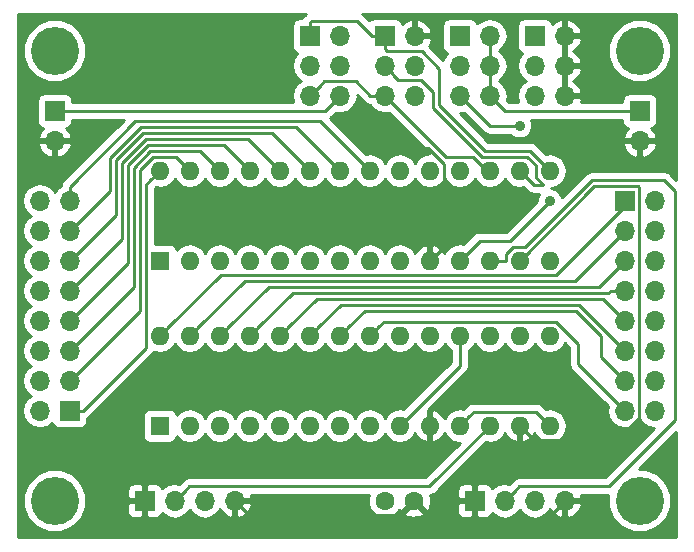
<source format=gtl>
G04 #@! TF.FileFunction,Copper,L1,Top,Signal*
%FSLAX46Y46*%
G04 Gerber Fmt 4.6, Leading zero omitted, Abs format (unit mm)*
G04 Created by KiCad (PCBNEW 4.0.7-e2-6376~58~ubuntu14.04.1) date Thu Dec  7 13:40:56 2017*
%MOMM*%
%LPD*%
G01*
G04 APERTURE LIST*
%ADD10C,0.100000*%
%ADD11R,1.700000X1.700000*%
%ADD12O,1.700000X1.700000*%
%ADD13R,1.600000X1.600000*%
%ADD14O,1.600000X1.600000*%
%ADD15C,4.064000*%
%ADD16C,1.600000*%
%ADD17C,0.889000*%
%ADD18C,0.254000*%
G04 APERTURE END LIST*
D10*
D11*
X226060000Y-139700000D03*
D12*
X228600000Y-139700000D03*
X226060000Y-142240000D03*
X228600000Y-142240000D03*
X226060000Y-144780000D03*
X228600000Y-144780000D03*
X226060000Y-147320000D03*
X228600000Y-147320000D03*
X226060000Y-149860000D03*
X228600000Y-149860000D03*
X226060000Y-152400000D03*
X228600000Y-152400000D03*
X226060000Y-154940000D03*
X228600000Y-154940000D03*
X226060000Y-157480000D03*
X228600000Y-157480000D03*
D13*
X186690000Y-158750000D03*
D14*
X219710000Y-151130000D03*
X189230000Y-158750000D03*
X217170000Y-151130000D03*
X191770000Y-158750000D03*
X214630000Y-151130000D03*
X194310000Y-158750000D03*
X212090000Y-151130000D03*
X196850000Y-158750000D03*
X209550000Y-151130000D03*
X199390000Y-158750000D03*
X207010000Y-151130000D03*
X201930000Y-158750000D03*
X204470000Y-151130000D03*
X204470000Y-158750000D03*
X201930000Y-151130000D03*
X207010000Y-158750000D03*
X199390000Y-151130000D03*
X209550000Y-158750000D03*
X196850000Y-151130000D03*
X212090000Y-158750000D03*
X194310000Y-151130000D03*
X214630000Y-158750000D03*
X191770000Y-151130000D03*
X217170000Y-158750000D03*
X189230000Y-151130000D03*
X219710000Y-158750000D03*
X186690000Y-151130000D03*
D11*
X205740000Y-125730000D03*
D12*
X208280000Y-125730000D03*
X205740000Y-128270000D03*
X208280000Y-128270000D03*
X205740000Y-130810000D03*
X208280000Y-130810000D03*
D11*
X177800000Y-132080000D03*
D12*
X177800000Y-134620000D03*
D15*
X177800000Y-127000000D03*
D11*
X199390000Y-125730000D03*
D12*
X201930000Y-125730000D03*
X199390000Y-128270000D03*
X201930000Y-128270000D03*
X199390000Y-130810000D03*
X201930000Y-130810000D03*
D15*
X227330000Y-165100000D03*
D11*
X213360000Y-165100000D03*
D12*
X215900000Y-165100000D03*
X218440000Y-165100000D03*
X220980000Y-165100000D03*
D13*
X186690000Y-144780000D03*
D14*
X219710000Y-137160000D03*
X189230000Y-144780000D03*
X217170000Y-137160000D03*
X191770000Y-144780000D03*
X214630000Y-137160000D03*
X194310000Y-144780000D03*
X212090000Y-137160000D03*
X196850000Y-144780000D03*
X209550000Y-137160000D03*
X199390000Y-144780000D03*
X207010000Y-137160000D03*
X201930000Y-144780000D03*
X204470000Y-137160000D03*
X204470000Y-144780000D03*
X201930000Y-137160000D03*
X207010000Y-144780000D03*
X199390000Y-137160000D03*
X209550000Y-144780000D03*
X196850000Y-137160000D03*
X212090000Y-144780000D03*
X194310000Y-137160000D03*
X214630000Y-144780000D03*
X191770000Y-137160000D03*
X217170000Y-144780000D03*
X189230000Y-137160000D03*
X219710000Y-144780000D03*
X186690000Y-137160000D03*
D16*
X208240000Y-165100000D03*
X205740000Y-165100000D03*
D15*
X227330000Y-127000000D03*
D11*
X218440000Y-125730000D03*
D12*
X220980000Y-125730000D03*
X218440000Y-128270000D03*
X220980000Y-128270000D03*
X218440000Y-130810000D03*
X220980000Y-130810000D03*
D11*
X212090000Y-125730000D03*
D12*
X214630000Y-125730000D03*
X212090000Y-128270000D03*
X214630000Y-128270000D03*
X212090000Y-130810000D03*
X214630000Y-130810000D03*
D11*
X227330000Y-132080000D03*
D12*
X227330000Y-134620000D03*
D11*
X185420000Y-165100000D03*
D12*
X187960000Y-165100000D03*
X190500000Y-165100000D03*
X193040000Y-165100000D03*
D11*
X179070000Y-157480000D03*
D12*
X176530000Y-157480000D03*
X179070000Y-154940000D03*
X176530000Y-154940000D03*
X179070000Y-152400000D03*
X176530000Y-152400000D03*
X179070000Y-149860000D03*
X176530000Y-149860000D03*
X179070000Y-147320000D03*
X176530000Y-147320000D03*
X179070000Y-144780000D03*
X176530000Y-144780000D03*
X179070000Y-142240000D03*
X176530000Y-142240000D03*
X179070000Y-139700000D03*
X176530000Y-139700000D03*
D15*
X177800000Y-165100000D03*
D17*
X219710000Y-139700000D03*
X208280000Y-135255000D03*
X217170000Y-133350000D03*
D18*
X212090000Y-144780000D02*
X213779011Y-143090989D01*
X213779011Y-143090989D02*
X216319011Y-143090989D01*
X216319011Y-143090989D02*
X219710000Y-139700000D01*
X219710000Y-158750000D02*
X218528999Y-157568999D01*
X218528999Y-157568999D02*
X213271001Y-157568999D01*
X213271001Y-157568999D02*
X212889999Y-157950001D01*
X212889999Y-157950001D02*
X212090000Y-158750000D01*
X209550000Y-144780000D02*
X210731001Y-143598999D01*
X210731001Y-143598999D02*
X210731001Y-136593119D01*
X210731001Y-136593119D02*
X209392882Y-135255000D01*
X209392882Y-135255000D02*
X208280000Y-135255000D01*
X193040000Y-165100000D02*
X194221001Y-166281001D01*
X207058999Y-166281001D02*
X207440001Y-165899999D01*
X194221001Y-166281001D02*
X207058999Y-166281001D01*
X207440001Y-165899999D02*
X208240000Y-165100000D01*
X220980000Y-165100000D02*
X218440000Y-167640000D01*
X218440000Y-167640000D02*
X210780000Y-167640000D01*
X210780000Y-167640000D02*
X209039999Y-165899999D01*
X209039999Y-165899999D02*
X208240000Y-165100000D01*
X212090000Y-151130000D02*
X212090000Y-153670000D01*
X212090000Y-153670000D02*
X207010000Y-158750000D01*
X214630000Y-128270000D02*
X214630000Y-125730000D01*
X214630000Y-130810000D02*
X214630000Y-128270000D01*
X227330000Y-132080000D02*
X215900000Y-132080000D01*
X215900000Y-132080000D02*
X214630000Y-130810000D01*
X177800000Y-132080000D02*
X200660000Y-132080000D01*
X200660000Y-132080000D02*
X201930000Y-130810000D01*
X214630000Y-144780000D02*
X215988999Y-144780000D01*
X215988999Y-144780000D02*
X215988999Y-144213119D01*
X215988999Y-144213119D02*
X216603119Y-143598999D01*
X216603119Y-143598999D02*
X217632567Y-143598999D01*
X216749999Y-164250001D02*
X215900000Y-165100000D01*
X217632567Y-143598999D02*
X223270576Y-137960990D01*
X217131001Y-163868999D02*
X216749999Y-164250001D01*
X223270576Y-137960990D02*
X229401306Y-137960990D01*
X229401306Y-137960990D02*
X230339011Y-138898695D01*
X230339011Y-138898695D02*
X230339010Y-158281306D01*
X230339010Y-158281306D02*
X224751317Y-163868999D01*
X224751317Y-163868999D02*
X217131001Y-163868999D01*
X214630000Y-158750000D02*
X209511001Y-163868999D01*
X209511001Y-163868999D02*
X189191001Y-163868999D01*
X189191001Y-163868999D02*
X188809999Y-164250001D01*
X188809999Y-164250001D02*
X187960000Y-165100000D01*
X217170000Y-144780000D02*
X223481001Y-138468999D01*
X227291001Y-158070881D02*
X225430881Y-159931001D01*
X223481001Y-138468999D02*
X227214801Y-138468999D01*
X227214801Y-138468999D02*
X227291001Y-138545199D01*
X227291001Y-138545199D02*
X227291001Y-158070881D01*
X225430881Y-159931001D02*
X218351001Y-159931001D01*
X218351001Y-159931001D02*
X217969999Y-159549999D01*
X217969999Y-159549999D02*
X217170000Y-158750000D01*
X217170000Y-133350000D02*
X214630000Y-133350000D01*
X214630000Y-133350000D02*
X212090000Y-130810000D01*
X222141003Y-153561003D02*
X222141003Y-151813121D01*
X222141003Y-151813121D02*
X220276881Y-149948999D01*
X220276881Y-149948999D02*
X205651001Y-149948999D01*
X205651001Y-149948999D02*
X205269999Y-150330001D01*
X205269999Y-150330001D02*
X204470000Y-151130000D01*
X226060000Y-157480000D02*
X222141003Y-153561003D01*
X205872497Y-149009067D02*
X205872495Y-149009065D01*
X224028010Y-152908010D02*
X224028010Y-151137571D01*
X224028010Y-151137571D02*
X221899506Y-149009067D01*
X226060000Y-154940000D02*
X224028010Y-152908010D01*
X205872495Y-149009065D02*
X204050935Y-149009065D01*
X221899506Y-149009067D02*
X205872497Y-149009067D01*
X204050935Y-149009065D02*
X202729999Y-150330001D01*
X202729999Y-150330001D02*
X201930000Y-151130000D01*
X202018946Y-148501054D02*
X200189999Y-150330001D01*
X226060000Y-152400000D02*
X222161054Y-148501054D01*
X222161054Y-148501054D02*
X202018946Y-148501054D01*
X200189999Y-150330001D02*
X199390000Y-151130000D01*
X226060000Y-149860000D02*
X224193043Y-147993043D01*
X224193043Y-147993043D02*
X199986957Y-147993043D01*
X199986957Y-147993043D02*
X197649999Y-150330001D01*
X197649999Y-150330001D02*
X196850000Y-151130000D01*
X226060000Y-147320000D02*
X224857919Y-147320000D01*
X224857919Y-147320000D02*
X224692887Y-147485032D01*
X224692887Y-147485032D02*
X197954968Y-147485032D01*
X197954968Y-147485032D02*
X195109999Y-150330001D01*
X195109999Y-150330001D02*
X194310000Y-151130000D01*
X226060000Y-144780000D02*
X223862979Y-146977021D01*
X222041415Y-146977021D02*
X222041413Y-146977023D01*
X223862979Y-146977021D02*
X222041415Y-146977021D01*
X222041413Y-146977023D02*
X195922979Y-146977022D01*
X195922979Y-146977022D02*
X192569999Y-150330001D01*
X192569999Y-150330001D02*
X191770000Y-151130000D01*
X226060000Y-142240000D02*
X221830988Y-146469012D01*
X190029999Y-150330001D02*
X189230000Y-151130000D01*
X221830988Y-146469012D02*
X193890988Y-146469012D01*
X193890988Y-146469012D02*
X190029999Y-150330001D01*
X187489999Y-150330001D02*
X186690000Y-151130000D01*
X191858999Y-145961001D02*
X187489999Y-150330001D01*
X226060000Y-140177882D02*
X220276881Y-145961001D01*
X220276881Y-145961001D02*
X191858999Y-145961001D01*
X226060000Y-139700000D02*
X226060000Y-140177882D01*
X210350989Y-131611305D02*
X210350989Y-128519107D01*
X208870881Y-127038999D02*
X205944999Y-127038999D01*
X214210672Y-135470988D02*
X210350989Y-131611305D01*
X218020988Y-135470988D02*
X214210672Y-135470988D01*
X205740000Y-126834000D02*
X205740000Y-125730000D01*
X219710000Y-137160000D02*
X218020988Y-135470988D01*
X210350989Y-128519107D02*
X208870881Y-127038999D01*
X205944999Y-127038999D02*
X205740000Y-126834000D01*
X205740000Y-125730000D02*
X204636000Y-125730000D01*
X204636000Y-125730000D02*
X203404999Y-124498999D01*
X203404999Y-124498999D02*
X199517001Y-124498999D01*
X199517001Y-124498999D02*
X199390000Y-124626000D01*
X199390000Y-124626000D02*
X199390000Y-125730000D01*
X217170000Y-137160000D02*
X218351001Y-138341001D01*
X206476600Y-129006600D02*
X205740000Y-128270000D01*
X218351001Y-138341001D02*
X219143119Y-138341001D01*
X219143119Y-138341001D02*
X218528999Y-137726881D01*
X214000247Y-135978997D02*
X209842979Y-131821729D01*
X206908772Y-129501001D02*
X206476600Y-129068829D01*
X218528999Y-137726881D02*
X218528999Y-136697433D01*
X218528999Y-136697433D02*
X217810564Y-135978998D01*
X217810564Y-135978998D02*
X214000247Y-135978997D01*
X208836632Y-129501001D02*
X206908772Y-129501001D01*
X206476600Y-129068829D02*
X206476600Y-129006600D01*
X209842979Y-131821729D02*
X209842979Y-130507348D01*
X209842979Y-130507348D02*
X208836632Y-129501001D01*
X205740000Y-130810000D02*
X204537919Y-130810000D01*
X204537919Y-130810000D02*
X203306918Y-129578999D01*
X203306918Y-129578999D02*
X200621001Y-129578999D01*
X200621001Y-129578999D02*
X200239999Y-129960001D01*
X200239999Y-129960001D02*
X199390000Y-130810000D01*
X214630000Y-137160000D02*
X214428072Y-137160000D01*
X206589999Y-131660317D02*
X206589999Y-131659999D01*
X206589999Y-131659999D02*
X205740000Y-130810000D01*
X214428072Y-137160000D02*
X213247071Y-135979000D01*
X210908682Y-135979000D02*
X206589999Y-131660317D01*
X213247071Y-135979000D02*
X210908682Y-135979000D01*
X179070000Y-139700000D02*
X179070000Y-138497919D01*
X179070000Y-138497919D02*
X184636980Y-132930939D01*
X203670001Y-136360001D02*
X204470000Y-137160000D01*
X184636980Y-132930939D02*
X200240939Y-132930939D01*
X200240939Y-132930939D02*
X203670001Y-136360001D01*
X179070000Y-142240000D02*
X182460944Y-138849056D01*
X182460944Y-138849056D02*
X182460944Y-136049004D01*
X198208949Y-133438949D02*
X201130001Y-136360001D01*
X201130001Y-136360001D02*
X201930000Y-137160000D01*
X182460944Y-136049004D02*
X185070999Y-133438949D01*
X185070999Y-133438949D02*
X198208949Y-133438949D01*
X179070000Y-144780000D02*
X182968953Y-140881047D01*
X196176959Y-133946959D02*
X198590001Y-136360001D01*
X182968953Y-140881047D02*
X182968953Y-136259429D01*
X182968953Y-136259429D02*
X185281423Y-133946959D01*
X185281423Y-133946959D02*
X196176959Y-133946959D01*
X198590001Y-136360001D02*
X199390000Y-137160000D01*
X179070000Y-147320000D02*
X183476962Y-142913038D01*
X183476962Y-142913038D02*
X183476962Y-136469854D01*
X183476962Y-136469854D02*
X185491847Y-134454969D01*
X185491847Y-134454969D02*
X194144969Y-134454969D01*
X194144969Y-134454969D02*
X196050001Y-136360001D01*
X196050001Y-136360001D02*
X196850000Y-137160000D01*
X179070000Y-149860000D02*
X183984970Y-144945030D01*
X183984970Y-144945030D02*
X183984971Y-136680279D01*
X183984971Y-136680279D02*
X185702271Y-134962979D01*
X185702271Y-134962979D02*
X192112979Y-134962979D01*
X192112979Y-134962979D02*
X193510001Y-136360001D01*
X193510001Y-136360001D02*
X194310000Y-137160000D01*
X179070000Y-152400000D02*
X184492980Y-146977020D01*
X184492980Y-146977020D02*
X184492980Y-136890704D01*
X184492980Y-136890704D02*
X185912695Y-135470989D01*
X185912695Y-135470989D02*
X190080989Y-135470989D01*
X190080989Y-135470989D02*
X190970001Y-136360001D01*
X190970001Y-136360001D02*
X191770000Y-137160000D01*
X179070000Y-154940000D02*
X185000989Y-149009011D01*
X185000989Y-149009011D02*
X185000989Y-137101129D01*
X185000989Y-137101129D02*
X186123119Y-135978999D01*
X188430001Y-136360001D02*
X189230000Y-137160000D01*
X186123119Y-135978999D02*
X188048999Y-135978999D01*
X188048999Y-135978999D02*
X188430001Y-136360001D01*
X179070000Y-157480000D02*
X180174000Y-157480000D01*
X185508999Y-138341001D02*
X185890001Y-137959999D01*
X180174000Y-157480000D02*
X185508999Y-152145001D01*
X185508999Y-152145001D02*
X185508999Y-138341001D01*
X185890001Y-137959999D02*
X186690000Y-137160000D01*
G36*
X198978186Y-123960183D02*
X198851185Y-124087185D01*
X198754048Y-124232560D01*
X198540000Y-124232560D01*
X198304683Y-124276838D01*
X198088559Y-124415910D01*
X197943569Y-124628110D01*
X197892560Y-124880000D01*
X197892560Y-126580000D01*
X197936838Y-126815317D01*
X198075910Y-127031441D01*
X198288110Y-127176431D01*
X198355541Y-127190086D01*
X198310853Y-127219946D01*
X197988946Y-127701715D01*
X197875907Y-128270000D01*
X197988946Y-128838285D01*
X198310853Y-129320054D01*
X198640026Y-129540000D01*
X198310853Y-129759946D01*
X197988946Y-130241715D01*
X197875907Y-130810000D01*
X197976955Y-131318000D01*
X179297440Y-131318000D01*
X179297440Y-131230000D01*
X179253162Y-130994683D01*
X179114090Y-130778559D01*
X178901890Y-130633569D01*
X178650000Y-130582560D01*
X176950000Y-130582560D01*
X176714683Y-130626838D01*
X176498559Y-130765910D01*
X176353569Y-130978110D01*
X176302560Y-131230000D01*
X176302560Y-132930000D01*
X176346838Y-133165317D01*
X176485910Y-133381441D01*
X176698110Y-133526431D01*
X176806107Y-133548301D01*
X176528355Y-133853076D01*
X176358524Y-134263110D01*
X176479845Y-134493000D01*
X177673000Y-134493000D01*
X177673000Y-134473000D01*
X177927000Y-134473000D01*
X177927000Y-134493000D01*
X179120155Y-134493000D01*
X179241476Y-134263110D01*
X179071645Y-133853076D01*
X178795499Y-133550063D01*
X178885317Y-133533162D01*
X179101441Y-133394090D01*
X179246431Y-133181890D01*
X179297440Y-132930000D01*
X179297440Y-132842000D01*
X183648288Y-132842000D01*
X178531185Y-137959104D01*
X178366004Y-138206314D01*
X178321737Y-138428857D01*
X177990853Y-138649946D01*
X177800000Y-138935578D01*
X177609147Y-138649946D01*
X177127378Y-138328039D01*
X176559093Y-138215000D01*
X176500907Y-138215000D01*
X175932622Y-138328039D01*
X175450853Y-138649946D01*
X175128946Y-139131715D01*
X175015907Y-139700000D01*
X175128946Y-140268285D01*
X175450853Y-140750054D01*
X175780026Y-140970000D01*
X175450853Y-141189946D01*
X175128946Y-141671715D01*
X175015907Y-142240000D01*
X175128946Y-142808285D01*
X175450853Y-143290054D01*
X175780026Y-143510000D01*
X175450853Y-143729946D01*
X175128946Y-144211715D01*
X175015907Y-144780000D01*
X175128946Y-145348285D01*
X175450853Y-145830054D01*
X175780026Y-146050000D01*
X175450853Y-146269946D01*
X175128946Y-146751715D01*
X175015907Y-147320000D01*
X175128946Y-147888285D01*
X175450853Y-148370054D01*
X175780026Y-148590000D01*
X175450853Y-148809946D01*
X175128946Y-149291715D01*
X175015907Y-149860000D01*
X175128946Y-150428285D01*
X175450853Y-150910054D01*
X175780026Y-151130000D01*
X175450853Y-151349946D01*
X175128946Y-151831715D01*
X175015907Y-152400000D01*
X175128946Y-152968285D01*
X175450853Y-153450054D01*
X175780026Y-153670000D01*
X175450853Y-153889946D01*
X175128946Y-154371715D01*
X175015907Y-154940000D01*
X175128946Y-155508285D01*
X175450853Y-155990054D01*
X175780026Y-156210000D01*
X175450853Y-156429946D01*
X175128946Y-156911715D01*
X175015907Y-157480000D01*
X175128946Y-158048285D01*
X175450853Y-158530054D01*
X175932622Y-158851961D01*
X176500907Y-158965000D01*
X176559093Y-158965000D01*
X177127378Y-158851961D01*
X177609147Y-158530054D01*
X177609971Y-158528821D01*
X177616838Y-158565317D01*
X177755910Y-158781441D01*
X177968110Y-158926431D01*
X178220000Y-158977440D01*
X179920000Y-158977440D01*
X180155317Y-158933162D01*
X180371441Y-158794090D01*
X180516431Y-158581890D01*
X180567440Y-158330000D01*
X180567440Y-158115952D01*
X180712815Y-158018815D01*
X186047814Y-152683816D01*
X186176649Y-152491001D01*
X186690000Y-152593113D01*
X187239151Y-152483880D01*
X187704698Y-152172811D01*
X187960000Y-151790725D01*
X188215302Y-152172811D01*
X188680849Y-152483880D01*
X189230000Y-152593113D01*
X189779151Y-152483880D01*
X190244698Y-152172811D01*
X190500000Y-151790725D01*
X190755302Y-152172811D01*
X191220849Y-152483880D01*
X191770000Y-152593113D01*
X192319151Y-152483880D01*
X192784698Y-152172811D01*
X193040000Y-151790725D01*
X193295302Y-152172811D01*
X193760849Y-152483880D01*
X194310000Y-152593113D01*
X194859151Y-152483880D01*
X195324698Y-152172811D01*
X195580000Y-151790725D01*
X195835302Y-152172811D01*
X196300849Y-152483880D01*
X196850000Y-152593113D01*
X197399151Y-152483880D01*
X197864698Y-152172811D01*
X198120000Y-151790725D01*
X198375302Y-152172811D01*
X198840849Y-152483880D01*
X199390000Y-152593113D01*
X199939151Y-152483880D01*
X200404698Y-152172811D01*
X200660000Y-151790725D01*
X200915302Y-152172811D01*
X201380849Y-152483880D01*
X201930000Y-152593113D01*
X202479151Y-152483880D01*
X202944698Y-152172811D01*
X203200000Y-151790725D01*
X203455302Y-152172811D01*
X203920849Y-152483880D01*
X204470000Y-152593113D01*
X205019151Y-152483880D01*
X205484698Y-152172811D01*
X205740000Y-151790725D01*
X205995302Y-152172811D01*
X206460849Y-152483880D01*
X207010000Y-152593113D01*
X207559151Y-152483880D01*
X208024698Y-152172811D01*
X208280000Y-151790725D01*
X208535302Y-152172811D01*
X209000849Y-152483880D01*
X209550000Y-152593113D01*
X210099151Y-152483880D01*
X210564698Y-152172811D01*
X210820000Y-151790725D01*
X211075302Y-152172811D01*
X211328000Y-152341659D01*
X211328000Y-153354370D01*
X207331527Y-157350843D01*
X207010000Y-157286887D01*
X206460849Y-157396120D01*
X205995302Y-157707189D01*
X205740000Y-158089275D01*
X205484698Y-157707189D01*
X205019151Y-157396120D01*
X204470000Y-157286887D01*
X203920849Y-157396120D01*
X203455302Y-157707189D01*
X203200000Y-158089275D01*
X202944698Y-157707189D01*
X202479151Y-157396120D01*
X201930000Y-157286887D01*
X201380849Y-157396120D01*
X200915302Y-157707189D01*
X200660000Y-158089275D01*
X200404698Y-157707189D01*
X199939151Y-157396120D01*
X199390000Y-157286887D01*
X198840849Y-157396120D01*
X198375302Y-157707189D01*
X198120000Y-158089275D01*
X197864698Y-157707189D01*
X197399151Y-157396120D01*
X196850000Y-157286887D01*
X196300849Y-157396120D01*
X195835302Y-157707189D01*
X195580000Y-158089275D01*
X195324698Y-157707189D01*
X194859151Y-157396120D01*
X194310000Y-157286887D01*
X193760849Y-157396120D01*
X193295302Y-157707189D01*
X193040000Y-158089275D01*
X192784698Y-157707189D01*
X192319151Y-157396120D01*
X191770000Y-157286887D01*
X191220849Y-157396120D01*
X190755302Y-157707189D01*
X190500000Y-158089275D01*
X190244698Y-157707189D01*
X189779151Y-157396120D01*
X189230000Y-157286887D01*
X188680849Y-157396120D01*
X188215302Y-157707189D01*
X188118899Y-157851465D01*
X188093162Y-157714683D01*
X187954090Y-157498559D01*
X187741890Y-157353569D01*
X187490000Y-157302560D01*
X185890000Y-157302560D01*
X185654683Y-157346838D01*
X185438559Y-157485910D01*
X185293569Y-157698110D01*
X185242560Y-157950000D01*
X185242560Y-159550000D01*
X185286838Y-159785317D01*
X185425910Y-160001441D01*
X185638110Y-160146431D01*
X185890000Y-160197440D01*
X187490000Y-160197440D01*
X187725317Y-160153162D01*
X187941441Y-160014090D01*
X188086431Y-159801890D01*
X188117815Y-159646911D01*
X188215302Y-159792811D01*
X188680849Y-160103880D01*
X189230000Y-160213113D01*
X189779151Y-160103880D01*
X190244698Y-159792811D01*
X190500000Y-159410725D01*
X190755302Y-159792811D01*
X191220849Y-160103880D01*
X191770000Y-160213113D01*
X192319151Y-160103880D01*
X192784698Y-159792811D01*
X193040000Y-159410725D01*
X193295302Y-159792811D01*
X193760849Y-160103880D01*
X194310000Y-160213113D01*
X194859151Y-160103880D01*
X195324698Y-159792811D01*
X195580000Y-159410725D01*
X195835302Y-159792811D01*
X196300849Y-160103880D01*
X196850000Y-160213113D01*
X197399151Y-160103880D01*
X197864698Y-159792811D01*
X198120000Y-159410725D01*
X198375302Y-159792811D01*
X198840849Y-160103880D01*
X199390000Y-160213113D01*
X199939151Y-160103880D01*
X200404698Y-159792811D01*
X200660000Y-159410725D01*
X200915302Y-159792811D01*
X201380849Y-160103880D01*
X201930000Y-160213113D01*
X202479151Y-160103880D01*
X202944698Y-159792811D01*
X203200000Y-159410725D01*
X203455302Y-159792811D01*
X203920849Y-160103880D01*
X204470000Y-160213113D01*
X205019151Y-160103880D01*
X205484698Y-159792811D01*
X205740000Y-159410725D01*
X205995302Y-159792811D01*
X206460849Y-160103880D01*
X207010000Y-160213113D01*
X207559151Y-160103880D01*
X208024698Y-159792811D01*
X208294986Y-159388297D01*
X208397611Y-159605134D01*
X208812577Y-159981041D01*
X209200961Y-160141904D01*
X209423000Y-160019915D01*
X209423000Y-158877000D01*
X209403000Y-158877000D01*
X209403000Y-158623000D01*
X209423000Y-158623000D01*
X209423000Y-157480085D01*
X209380755Y-157456875D01*
X212628815Y-154208815D01*
X212793996Y-153961605D01*
X212852000Y-153670000D01*
X212852000Y-152341659D01*
X213104698Y-152172811D01*
X213360000Y-151790725D01*
X213615302Y-152172811D01*
X214080849Y-152483880D01*
X214630000Y-152593113D01*
X215179151Y-152483880D01*
X215644698Y-152172811D01*
X215900000Y-151790725D01*
X216155302Y-152172811D01*
X216620849Y-152483880D01*
X217170000Y-152593113D01*
X217719151Y-152483880D01*
X218184698Y-152172811D01*
X218440000Y-151790725D01*
X218695302Y-152172811D01*
X219160849Y-152483880D01*
X219710000Y-152593113D01*
X220259151Y-152483880D01*
X220724698Y-152172811D01*
X221004424Y-151754172D01*
X221379003Y-152128752D01*
X221379003Y-153561003D01*
X221437007Y-153852608D01*
X221458651Y-153885000D01*
X221602188Y-154099818D01*
X224618321Y-157115952D01*
X224545907Y-157480000D01*
X224658946Y-158048285D01*
X224980853Y-158530054D01*
X225444440Y-158839812D01*
X225115251Y-159169001D01*
X221067247Y-159169001D01*
X221145000Y-158778113D01*
X221145000Y-158721887D01*
X221035767Y-158172736D01*
X220724698Y-157707189D01*
X220259151Y-157396120D01*
X219710000Y-157286887D01*
X219388473Y-157350843D01*
X219067814Y-157030184D01*
X218820604Y-156865003D01*
X218528999Y-156806999D01*
X213271001Y-156806999D01*
X212979396Y-156865003D01*
X212732185Y-157030184D01*
X212411527Y-157350843D01*
X212090000Y-157286887D01*
X211540849Y-157396120D01*
X211075302Y-157707189D01*
X210805014Y-158111703D01*
X210702389Y-157894866D01*
X210287423Y-157518959D01*
X209899039Y-157358096D01*
X209677000Y-157480085D01*
X209677000Y-158623000D01*
X209697000Y-158623000D01*
X209697000Y-158877000D01*
X209677000Y-158877000D01*
X209677000Y-160019915D01*
X209899039Y-160141904D01*
X210287423Y-159981041D01*
X210702389Y-159605134D01*
X210805014Y-159388297D01*
X211075302Y-159792811D01*
X211540849Y-160103880D01*
X212089380Y-160212990D01*
X209195371Y-163106999D01*
X189191001Y-163106999D01*
X188899396Y-163165003D01*
X188652185Y-163330184D01*
X188324049Y-163658321D01*
X187960000Y-163585907D01*
X187391715Y-163698946D01*
X186909946Y-164020853D01*
X186882150Y-164062452D01*
X186873162Y-164014683D01*
X186734090Y-163798559D01*
X186521890Y-163653569D01*
X186270000Y-163602560D01*
X184570000Y-163602560D01*
X184334683Y-163646838D01*
X184118559Y-163785910D01*
X183973569Y-163998110D01*
X183922560Y-164250000D01*
X183922560Y-165950000D01*
X183966838Y-166185317D01*
X184105910Y-166401441D01*
X184318110Y-166546431D01*
X184570000Y-166597440D01*
X186270000Y-166597440D01*
X186505317Y-166553162D01*
X186721441Y-166414090D01*
X186866431Y-166201890D01*
X186880086Y-166134459D01*
X186909946Y-166179147D01*
X187391715Y-166501054D01*
X187960000Y-166614093D01*
X188528285Y-166501054D01*
X189010054Y-166179147D01*
X189230000Y-165849974D01*
X189449946Y-166179147D01*
X189931715Y-166501054D01*
X190500000Y-166614093D01*
X191068285Y-166501054D01*
X191550054Y-166179147D01*
X191777702Y-165838447D01*
X191844817Y-165981358D01*
X192273076Y-166371645D01*
X192683110Y-166541476D01*
X192913000Y-166420155D01*
X192913000Y-165227000D01*
X193167000Y-165227000D01*
X193167000Y-166420155D01*
X193396890Y-166541476D01*
X193806924Y-166371645D01*
X194235183Y-165981358D01*
X194481486Y-165456892D01*
X194360819Y-165227000D01*
X193167000Y-165227000D01*
X192913000Y-165227000D01*
X192893000Y-165227000D01*
X192893000Y-164973000D01*
X192913000Y-164973000D01*
X192913000Y-164953000D01*
X193167000Y-164953000D01*
X193167000Y-164973000D01*
X194360819Y-164973000D01*
X194481486Y-164743108D01*
X194428837Y-164630999D01*
X204380952Y-164630999D01*
X204305250Y-164813309D01*
X204304752Y-165384187D01*
X204522757Y-165911800D01*
X204926077Y-166315824D01*
X205453309Y-166534750D01*
X206024187Y-166535248D01*
X206551800Y-166317243D01*
X206761663Y-166107745D01*
X207411861Y-166107745D01*
X207485995Y-166353864D01*
X208023223Y-166546965D01*
X208593454Y-166519778D01*
X208994005Y-166353864D01*
X209068139Y-166107745D01*
X208240000Y-165279605D01*
X207411861Y-166107745D01*
X206761663Y-166107745D01*
X206955824Y-165913923D01*
X206983423Y-165847456D01*
X206986136Y-165854005D01*
X207232255Y-165928139D01*
X208060395Y-165100000D01*
X208046252Y-165085858D01*
X208225858Y-164906253D01*
X208240000Y-164920395D01*
X208254143Y-164906253D01*
X208433748Y-165085858D01*
X208419605Y-165100000D01*
X209247745Y-165928139D01*
X209493864Y-165854005D01*
X209686965Y-165316777D01*
X209659778Y-164746546D01*
X209604235Y-164612454D01*
X209802606Y-164572995D01*
X210049816Y-164407814D01*
X214308473Y-160149157D01*
X214630000Y-160213113D01*
X215179151Y-160103880D01*
X215644698Y-159792811D01*
X215900000Y-159410725D01*
X216155302Y-159792811D01*
X216620849Y-160103880D01*
X217170000Y-160213113D01*
X217491527Y-160149157D01*
X217812185Y-160469816D01*
X218059396Y-160634997D01*
X218351001Y-160693001D01*
X225430881Y-160693001D01*
X225722486Y-160634997D01*
X225969696Y-160469816D01*
X227753805Y-158685707D01*
X228002622Y-158851961D01*
X228570907Y-158965000D01*
X228577685Y-158965000D01*
X224435687Y-163106999D01*
X217131001Y-163106999D01*
X216839396Y-163165003D01*
X216592185Y-163330184D01*
X216264049Y-163658321D01*
X215900000Y-163585907D01*
X215331715Y-163698946D01*
X214849946Y-164020853D01*
X214822150Y-164062452D01*
X214813162Y-164014683D01*
X214674090Y-163798559D01*
X214461890Y-163653569D01*
X214210000Y-163602560D01*
X212510000Y-163602560D01*
X212274683Y-163646838D01*
X212058559Y-163785910D01*
X211913569Y-163998110D01*
X211862560Y-164250000D01*
X211862560Y-165950000D01*
X211906838Y-166185317D01*
X212045910Y-166401441D01*
X212258110Y-166546431D01*
X212510000Y-166597440D01*
X214210000Y-166597440D01*
X214445317Y-166553162D01*
X214661441Y-166414090D01*
X214806431Y-166201890D01*
X214820086Y-166134459D01*
X214849946Y-166179147D01*
X215331715Y-166501054D01*
X215900000Y-166614093D01*
X216468285Y-166501054D01*
X216950054Y-166179147D01*
X217170000Y-165849974D01*
X217389946Y-166179147D01*
X217871715Y-166501054D01*
X218440000Y-166614093D01*
X219008285Y-166501054D01*
X219490054Y-166179147D01*
X219717702Y-165838447D01*
X219784817Y-165981358D01*
X220213076Y-166371645D01*
X220623110Y-166541476D01*
X220853000Y-166420155D01*
X220853000Y-165227000D01*
X221107000Y-165227000D01*
X221107000Y-166420155D01*
X221336890Y-166541476D01*
X221746924Y-166371645D01*
X222175183Y-165981358D01*
X222421486Y-165456892D01*
X222300819Y-165227000D01*
X221107000Y-165227000D01*
X220853000Y-165227000D01*
X220833000Y-165227000D01*
X220833000Y-164973000D01*
X220853000Y-164973000D01*
X220853000Y-164953000D01*
X221107000Y-164953000D01*
X221107000Y-164973000D01*
X222300819Y-164973000D01*
X222421486Y-164743108D01*
X222368837Y-164630999D01*
X224663408Y-164630999D01*
X224662538Y-165628172D01*
X225067709Y-166608761D01*
X225817293Y-167359655D01*
X226797173Y-167766536D01*
X227858172Y-167767462D01*
X228838761Y-167362291D01*
X229589655Y-166612707D01*
X229996536Y-165632827D01*
X229997462Y-164571828D01*
X229592291Y-163591239D01*
X228842707Y-162840345D01*
X227862827Y-162433464D01*
X227265004Y-162432942D01*
X230430000Y-159267947D01*
X230430000Y-168200000D01*
X174700000Y-168200000D01*
X174700000Y-165628172D01*
X175132538Y-165628172D01*
X175537709Y-166608761D01*
X176287293Y-167359655D01*
X177267173Y-167766536D01*
X178328172Y-167767462D01*
X179308761Y-167362291D01*
X180059655Y-166612707D01*
X180466536Y-165632827D01*
X180467462Y-164571828D01*
X180062291Y-163591239D01*
X179312707Y-162840345D01*
X178332827Y-162433464D01*
X177271828Y-162432538D01*
X176291239Y-162837709D01*
X175540345Y-163587293D01*
X175133464Y-164567173D01*
X175132538Y-165628172D01*
X174700000Y-165628172D01*
X174700000Y-134976890D01*
X176358524Y-134976890D01*
X176528355Y-135386924D01*
X176918642Y-135815183D01*
X177443108Y-136061486D01*
X177673000Y-135940819D01*
X177673000Y-134747000D01*
X177927000Y-134747000D01*
X177927000Y-135940819D01*
X178156892Y-136061486D01*
X178681358Y-135815183D01*
X179071645Y-135386924D01*
X179241476Y-134976890D01*
X179120155Y-134747000D01*
X177927000Y-134747000D01*
X177673000Y-134747000D01*
X176479845Y-134747000D01*
X176358524Y-134976890D01*
X174700000Y-134976890D01*
X174700000Y-127528172D01*
X175132538Y-127528172D01*
X175537709Y-128508761D01*
X176287293Y-129259655D01*
X177267173Y-129666536D01*
X178328172Y-129667462D01*
X179308761Y-129262291D01*
X180059655Y-128512707D01*
X180466536Y-127532827D01*
X180467462Y-126471828D01*
X180062291Y-125491239D01*
X179312707Y-124740345D01*
X178332827Y-124333464D01*
X177271828Y-124332538D01*
X176291239Y-124737709D01*
X175540345Y-125487293D01*
X175133464Y-126467173D01*
X175132538Y-127528172D01*
X174700000Y-127528172D01*
X174700000Y-123900000D01*
X199068256Y-123900000D01*
X198978186Y-123960183D01*
X198978186Y-123960183D01*
G37*
X198978186Y-123960183D02*
X198851185Y-124087185D01*
X198754048Y-124232560D01*
X198540000Y-124232560D01*
X198304683Y-124276838D01*
X198088559Y-124415910D01*
X197943569Y-124628110D01*
X197892560Y-124880000D01*
X197892560Y-126580000D01*
X197936838Y-126815317D01*
X198075910Y-127031441D01*
X198288110Y-127176431D01*
X198355541Y-127190086D01*
X198310853Y-127219946D01*
X197988946Y-127701715D01*
X197875907Y-128270000D01*
X197988946Y-128838285D01*
X198310853Y-129320054D01*
X198640026Y-129540000D01*
X198310853Y-129759946D01*
X197988946Y-130241715D01*
X197875907Y-130810000D01*
X197976955Y-131318000D01*
X179297440Y-131318000D01*
X179297440Y-131230000D01*
X179253162Y-130994683D01*
X179114090Y-130778559D01*
X178901890Y-130633569D01*
X178650000Y-130582560D01*
X176950000Y-130582560D01*
X176714683Y-130626838D01*
X176498559Y-130765910D01*
X176353569Y-130978110D01*
X176302560Y-131230000D01*
X176302560Y-132930000D01*
X176346838Y-133165317D01*
X176485910Y-133381441D01*
X176698110Y-133526431D01*
X176806107Y-133548301D01*
X176528355Y-133853076D01*
X176358524Y-134263110D01*
X176479845Y-134493000D01*
X177673000Y-134493000D01*
X177673000Y-134473000D01*
X177927000Y-134473000D01*
X177927000Y-134493000D01*
X179120155Y-134493000D01*
X179241476Y-134263110D01*
X179071645Y-133853076D01*
X178795499Y-133550063D01*
X178885317Y-133533162D01*
X179101441Y-133394090D01*
X179246431Y-133181890D01*
X179297440Y-132930000D01*
X179297440Y-132842000D01*
X183648288Y-132842000D01*
X178531185Y-137959104D01*
X178366004Y-138206314D01*
X178321737Y-138428857D01*
X177990853Y-138649946D01*
X177800000Y-138935578D01*
X177609147Y-138649946D01*
X177127378Y-138328039D01*
X176559093Y-138215000D01*
X176500907Y-138215000D01*
X175932622Y-138328039D01*
X175450853Y-138649946D01*
X175128946Y-139131715D01*
X175015907Y-139700000D01*
X175128946Y-140268285D01*
X175450853Y-140750054D01*
X175780026Y-140970000D01*
X175450853Y-141189946D01*
X175128946Y-141671715D01*
X175015907Y-142240000D01*
X175128946Y-142808285D01*
X175450853Y-143290054D01*
X175780026Y-143510000D01*
X175450853Y-143729946D01*
X175128946Y-144211715D01*
X175015907Y-144780000D01*
X175128946Y-145348285D01*
X175450853Y-145830054D01*
X175780026Y-146050000D01*
X175450853Y-146269946D01*
X175128946Y-146751715D01*
X175015907Y-147320000D01*
X175128946Y-147888285D01*
X175450853Y-148370054D01*
X175780026Y-148590000D01*
X175450853Y-148809946D01*
X175128946Y-149291715D01*
X175015907Y-149860000D01*
X175128946Y-150428285D01*
X175450853Y-150910054D01*
X175780026Y-151130000D01*
X175450853Y-151349946D01*
X175128946Y-151831715D01*
X175015907Y-152400000D01*
X175128946Y-152968285D01*
X175450853Y-153450054D01*
X175780026Y-153670000D01*
X175450853Y-153889946D01*
X175128946Y-154371715D01*
X175015907Y-154940000D01*
X175128946Y-155508285D01*
X175450853Y-155990054D01*
X175780026Y-156210000D01*
X175450853Y-156429946D01*
X175128946Y-156911715D01*
X175015907Y-157480000D01*
X175128946Y-158048285D01*
X175450853Y-158530054D01*
X175932622Y-158851961D01*
X176500907Y-158965000D01*
X176559093Y-158965000D01*
X177127378Y-158851961D01*
X177609147Y-158530054D01*
X177609971Y-158528821D01*
X177616838Y-158565317D01*
X177755910Y-158781441D01*
X177968110Y-158926431D01*
X178220000Y-158977440D01*
X179920000Y-158977440D01*
X180155317Y-158933162D01*
X180371441Y-158794090D01*
X180516431Y-158581890D01*
X180567440Y-158330000D01*
X180567440Y-158115952D01*
X180712815Y-158018815D01*
X186047814Y-152683816D01*
X186176649Y-152491001D01*
X186690000Y-152593113D01*
X187239151Y-152483880D01*
X187704698Y-152172811D01*
X187960000Y-151790725D01*
X188215302Y-152172811D01*
X188680849Y-152483880D01*
X189230000Y-152593113D01*
X189779151Y-152483880D01*
X190244698Y-152172811D01*
X190500000Y-151790725D01*
X190755302Y-152172811D01*
X191220849Y-152483880D01*
X191770000Y-152593113D01*
X192319151Y-152483880D01*
X192784698Y-152172811D01*
X193040000Y-151790725D01*
X193295302Y-152172811D01*
X193760849Y-152483880D01*
X194310000Y-152593113D01*
X194859151Y-152483880D01*
X195324698Y-152172811D01*
X195580000Y-151790725D01*
X195835302Y-152172811D01*
X196300849Y-152483880D01*
X196850000Y-152593113D01*
X197399151Y-152483880D01*
X197864698Y-152172811D01*
X198120000Y-151790725D01*
X198375302Y-152172811D01*
X198840849Y-152483880D01*
X199390000Y-152593113D01*
X199939151Y-152483880D01*
X200404698Y-152172811D01*
X200660000Y-151790725D01*
X200915302Y-152172811D01*
X201380849Y-152483880D01*
X201930000Y-152593113D01*
X202479151Y-152483880D01*
X202944698Y-152172811D01*
X203200000Y-151790725D01*
X203455302Y-152172811D01*
X203920849Y-152483880D01*
X204470000Y-152593113D01*
X205019151Y-152483880D01*
X205484698Y-152172811D01*
X205740000Y-151790725D01*
X205995302Y-152172811D01*
X206460849Y-152483880D01*
X207010000Y-152593113D01*
X207559151Y-152483880D01*
X208024698Y-152172811D01*
X208280000Y-151790725D01*
X208535302Y-152172811D01*
X209000849Y-152483880D01*
X209550000Y-152593113D01*
X210099151Y-152483880D01*
X210564698Y-152172811D01*
X210820000Y-151790725D01*
X211075302Y-152172811D01*
X211328000Y-152341659D01*
X211328000Y-153354370D01*
X207331527Y-157350843D01*
X207010000Y-157286887D01*
X206460849Y-157396120D01*
X205995302Y-157707189D01*
X205740000Y-158089275D01*
X205484698Y-157707189D01*
X205019151Y-157396120D01*
X204470000Y-157286887D01*
X203920849Y-157396120D01*
X203455302Y-157707189D01*
X203200000Y-158089275D01*
X202944698Y-157707189D01*
X202479151Y-157396120D01*
X201930000Y-157286887D01*
X201380849Y-157396120D01*
X200915302Y-157707189D01*
X200660000Y-158089275D01*
X200404698Y-157707189D01*
X199939151Y-157396120D01*
X199390000Y-157286887D01*
X198840849Y-157396120D01*
X198375302Y-157707189D01*
X198120000Y-158089275D01*
X197864698Y-157707189D01*
X197399151Y-157396120D01*
X196850000Y-157286887D01*
X196300849Y-157396120D01*
X195835302Y-157707189D01*
X195580000Y-158089275D01*
X195324698Y-157707189D01*
X194859151Y-157396120D01*
X194310000Y-157286887D01*
X193760849Y-157396120D01*
X193295302Y-157707189D01*
X193040000Y-158089275D01*
X192784698Y-157707189D01*
X192319151Y-157396120D01*
X191770000Y-157286887D01*
X191220849Y-157396120D01*
X190755302Y-157707189D01*
X190500000Y-158089275D01*
X190244698Y-157707189D01*
X189779151Y-157396120D01*
X189230000Y-157286887D01*
X188680849Y-157396120D01*
X188215302Y-157707189D01*
X188118899Y-157851465D01*
X188093162Y-157714683D01*
X187954090Y-157498559D01*
X187741890Y-157353569D01*
X187490000Y-157302560D01*
X185890000Y-157302560D01*
X185654683Y-157346838D01*
X185438559Y-157485910D01*
X185293569Y-157698110D01*
X185242560Y-157950000D01*
X185242560Y-159550000D01*
X185286838Y-159785317D01*
X185425910Y-160001441D01*
X185638110Y-160146431D01*
X185890000Y-160197440D01*
X187490000Y-160197440D01*
X187725317Y-160153162D01*
X187941441Y-160014090D01*
X188086431Y-159801890D01*
X188117815Y-159646911D01*
X188215302Y-159792811D01*
X188680849Y-160103880D01*
X189230000Y-160213113D01*
X189779151Y-160103880D01*
X190244698Y-159792811D01*
X190500000Y-159410725D01*
X190755302Y-159792811D01*
X191220849Y-160103880D01*
X191770000Y-160213113D01*
X192319151Y-160103880D01*
X192784698Y-159792811D01*
X193040000Y-159410725D01*
X193295302Y-159792811D01*
X193760849Y-160103880D01*
X194310000Y-160213113D01*
X194859151Y-160103880D01*
X195324698Y-159792811D01*
X195580000Y-159410725D01*
X195835302Y-159792811D01*
X196300849Y-160103880D01*
X196850000Y-160213113D01*
X197399151Y-160103880D01*
X197864698Y-159792811D01*
X198120000Y-159410725D01*
X198375302Y-159792811D01*
X198840849Y-160103880D01*
X199390000Y-160213113D01*
X199939151Y-160103880D01*
X200404698Y-159792811D01*
X200660000Y-159410725D01*
X200915302Y-159792811D01*
X201380849Y-160103880D01*
X201930000Y-160213113D01*
X202479151Y-160103880D01*
X202944698Y-159792811D01*
X203200000Y-159410725D01*
X203455302Y-159792811D01*
X203920849Y-160103880D01*
X204470000Y-160213113D01*
X205019151Y-160103880D01*
X205484698Y-159792811D01*
X205740000Y-159410725D01*
X205995302Y-159792811D01*
X206460849Y-160103880D01*
X207010000Y-160213113D01*
X207559151Y-160103880D01*
X208024698Y-159792811D01*
X208294986Y-159388297D01*
X208397611Y-159605134D01*
X208812577Y-159981041D01*
X209200961Y-160141904D01*
X209423000Y-160019915D01*
X209423000Y-158877000D01*
X209403000Y-158877000D01*
X209403000Y-158623000D01*
X209423000Y-158623000D01*
X209423000Y-157480085D01*
X209380755Y-157456875D01*
X212628815Y-154208815D01*
X212793996Y-153961605D01*
X212852000Y-153670000D01*
X212852000Y-152341659D01*
X213104698Y-152172811D01*
X213360000Y-151790725D01*
X213615302Y-152172811D01*
X214080849Y-152483880D01*
X214630000Y-152593113D01*
X215179151Y-152483880D01*
X215644698Y-152172811D01*
X215900000Y-151790725D01*
X216155302Y-152172811D01*
X216620849Y-152483880D01*
X217170000Y-152593113D01*
X217719151Y-152483880D01*
X218184698Y-152172811D01*
X218440000Y-151790725D01*
X218695302Y-152172811D01*
X219160849Y-152483880D01*
X219710000Y-152593113D01*
X220259151Y-152483880D01*
X220724698Y-152172811D01*
X221004424Y-151754172D01*
X221379003Y-152128752D01*
X221379003Y-153561003D01*
X221437007Y-153852608D01*
X221458651Y-153885000D01*
X221602188Y-154099818D01*
X224618321Y-157115952D01*
X224545907Y-157480000D01*
X224658946Y-158048285D01*
X224980853Y-158530054D01*
X225444440Y-158839812D01*
X225115251Y-159169001D01*
X221067247Y-159169001D01*
X221145000Y-158778113D01*
X221145000Y-158721887D01*
X221035767Y-158172736D01*
X220724698Y-157707189D01*
X220259151Y-157396120D01*
X219710000Y-157286887D01*
X219388473Y-157350843D01*
X219067814Y-157030184D01*
X218820604Y-156865003D01*
X218528999Y-156806999D01*
X213271001Y-156806999D01*
X212979396Y-156865003D01*
X212732185Y-157030184D01*
X212411527Y-157350843D01*
X212090000Y-157286887D01*
X211540849Y-157396120D01*
X211075302Y-157707189D01*
X210805014Y-158111703D01*
X210702389Y-157894866D01*
X210287423Y-157518959D01*
X209899039Y-157358096D01*
X209677000Y-157480085D01*
X209677000Y-158623000D01*
X209697000Y-158623000D01*
X209697000Y-158877000D01*
X209677000Y-158877000D01*
X209677000Y-160019915D01*
X209899039Y-160141904D01*
X210287423Y-159981041D01*
X210702389Y-159605134D01*
X210805014Y-159388297D01*
X211075302Y-159792811D01*
X211540849Y-160103880D01*
X212089380Y-160212990D01*
X209195371Y-163106999D01*
X189191001Y-163106999D01*
X188899396Y-163165003D01*
X188652185Y-163330184D01*
X188324049Y-163658321D01*
X187960000Y-163585907D01*
X187391715Y-163698946D01*
X186909946Y-164020853D01*
X186882150Y-164062452D01*
X186873162Y-164014683D01*
X186734090Y-163798559D01*
X186521890Y-163653569D01*
X186270000Y-163602560D01*
X184570000Y-163602560D01*
X184334683Y-163646838D01*
X184118559Y-163785910D01*
X183973569Y-163998110D01*
X183922560Y-164250000D01*
X183922560Y-165950000D01*
X183966838Y-166185317D01*
X184105910Y-166401441D01*
X184318110Y-166546431D01*
X184570000Y-166597440D01*
X186270000Y-166597440D01*
X186505317Y-166553162D01*
X186721441Y-166414090D01*
X186866431Y-166201890D01*
X186880086Y-166134459D01*
X186909946Y-166179147D01*
X187391715Y-166501054D01*
X187960000Y-166614093D01*
X188528285Y-166501054D01*
X189010054Y-166179147D01*
X189230000Y-165849974D01*
X189449946Y-166179147D01*
X189931715Y-166501054D01*
X190500000Y-166614093D01*
X191068285Y-166501054D01*
X191550054Y-166179147D01*
X191777702Y-165838447D01*
X191844817Y-165981358D01*
X192273076Y-166371645D01*
X192683110Y-166541476D01*
X192913000Y-166420155D01*
X192913000Y-165227000D01*
X193167000Y-165227000D01*
X193167000Y-166420155D01*
X193396890Y-166541476D01*
X193806924Y-166371645D01*
X194235183Y-165981358D01*
X194481486Y-165456892D01*
X194360819Y-165227000D01*
X193167000Y-165227000D01*
X192913000Y-165227000D01*
X192893000Y-165227000D01*
X192893000Y-164973000D01*
X192913000Y-164973000D01*
X192913000Y-164953000D01*
X193167000Y-164953000D01*
X193167000Y-164973000D01*
X194360819Y-164973000D01*
X194481486Y-164743108D01*
X194428837Y-164630999D01*
X204380952Y-164630999D01*
X204305250Y-164813309D01*
X204304752Y-165384187D01*
X204522757Y-165911800D01*
X204926077Y-166315824D01*
X205453309Y-166534750D01*
X206024187Y-166535248D01*
X206551800Y-166317243D01*
X206761663Y-166107745D01*
X207411861Y-166107745D01*
X207485995Y-166353864D01*
X208023223Y-166546965D01*
X208593454Y-166519778D01*
X208994005Y-166353864D01*
X209068139Y-166107745D01*
X208240000Y-165279605D01*
X207411861Y-166107745D01*
X206761663Y-166107745D01*
X206955824Y-165913923D01*
X206983423Y-165847456D01*
X206986136Y-165854005D01*
X207232255Y-165928139D01*
X208060395Y-165100000D01*
X208046252Y-165085858D01*
X208225858Y-164906253D01*
X208240000Y-164920395D01*
X208254143Y-164906253D01*
X208433748Y-165085858D01*
X208419605Y-165100000D01*
X209247745Y-165928139D01*
X209493864Y-165854005D01*
X209686965Y-165316777D01*
X209659778Y-164746546D01*
X209604235Y-164612454D01*
X209802606Y-164572995D01*
X210049816Y-164407814D01*
X214308473Y-160149157D01*
X214630000Y-160213113D01*
X215179151Y-160103880D01*
X215644698Y-159792811D01*
X215900000Y-159410725D01*
X216155302Y-159792811D01*
X216620849Y-160103880D01*
X217170000Y-160213113D01*
X217491527Y-160149157D01*
X217812185Y-160469816D01*
X218059396Y-160634997D01*
X218351001Y-160693001D01*
X225430881Y-160693001D01*
X225722486Y-160634997D01*
X225969696Y-160469816D01*
X227753805Y-158685707D01*
X228002622Y-158851961D01*
X228570907Y-158965000D01*
X228577685Y-158965000D01*
X224435687Y-163106999D01*
X217131001Y-163106999D01*
X216839396Y-163165003D01*
X216592185Y-163330184D01*
X216264049Y-163658321D01*
X215900000Y-163585907D01*
X215331715Y-163698946D01*
X214849946Y-164020853D01*
X214822150Y-164062452D01*
X214813162Y-164014683D01*
X214674090Y-163798559D01*
X214461890Y-163653569D01*
X214210000Y-163602560D01*
X212510000Y-163602560D01*
X212274683Y-163646838D01*
X212058559Y-163785910D01*
X211913569Y-163998110D01*
X211862560Y-164250000D01*
X211862560Y-165950000D01*
X211906838Y-166185317D01*
X212045910Y-166401441D01*
X212258110Y-166546431D01*
X212510000Y-166597440D01*
X214210000Y-166597440D01*
X214445317Y-166553162D01*
X214661441Y-166414090D01*
X214806431Y-166201890D01*
X214820086Y-166134459D01*
X214849946Y-166179147D01*
X215331715Y-166501054D01*
X215900000Y-166614093D01*
X216468285Y-166501054D01*
X216950054Y-166179147D01*
X217170000Y-165849974D01*
X217389946Y-166179147D01*
X217871715Y-166501054D01*
X218440000Y-166614093D01*
X219008285Y-166501054D01*
X219490054Y-166179147D01*
X219717702Y-165838447D01*
X219784817Y-165981358D01*
X220213076Y-166371645D01*
X220623110Y-166541476D01*
X220853000Y-166420155D01*
X220853000Y-165227000D01*
X221107000Y-165227000D01*
X221107000Y-166420155D01*
X221336890Y-166541476D01*
X221746924Y-166371645D01*
X222175183Y-165981358D01*
X222421486Y-165456892D01*
X222300819Y-165227000D01*
X221107000Y-165227000D01*
X220853000Y-165227000D01*
X220833000Y-165227000D01*
X220833000Y-164973000D01*
X220853000Y-164973000D01*
X220853000Y-164953000D01*
X221107000Y-164953000D01*
X221107000Y-164973000D01*
X222300819Y-164973000D01*
X222421486Y-164743108D01*
X222368837Y-164630999D01*
X224663408Y-164630999D01*
X224662538Y-165628172D01*
X225067709Y-166608761D01*
X225817293Y-167359655D01*
X226797173Y-167766536D01*
X227858172Y-167767462D01*
X228838761Y-167362291D01*
X229589655Y-166612707D01*
X229996536Y-165632827D01*
X229997462Y-164571828D01*
X229592291Y-163591239D01*
X228842707Y-162840345D01*
X227862827Y-162433464D01*
X227265004Y-162432942D01*
X230430000Y-159267947D01*
X230430000Y-168200000D01*
X174700000Y-168200000D01*
X174700000Y-165628172D01*
X175132538Y-165628172D01*
X175537709Y-166608761D01*
X176287293Y-167359655D01*
X177267173Y-167766536D01*
X178328172Y-167767462D01*
X179308761Y-167362291D01*
X180059655Y-166612707D01*
X180466536Y-165632827D01*
X180467462Y-164571828D01*
X180062291Y-163591239D01*
X179312707Y-162840345D01*
X178332827Y-162433464D01*
X177271828Y-162432538D01*
X176291239Y-162837709D01*
X175540345Y-163587293D01*
X175133464Y-164567173D01*
X175132538Y-165628172D01*
X174700000Y-165628172D01*
X174700000Y-134976890D01*
X176358524Y-134976890D01*
X176528355Y-135386924D01*
X176918642Y-135815183D01*
X177443108Y-136061486D01*
X177673000Y-135940819D01*
X177673000Y-134747000D01*
X177927000Y-134747000D01*
X177927000Y-135940819D01*
X178156892Y-136061486D01*
X178681358Y-135815183D01*
X179071645Y-135386924D01*
X179241476Y-134976890D01*
X179120155Y-134747000D01*
X177927000Y-134747000D01*
X177673000Y-134747000D01*
X176479845Y-134747000D01*
X176358524Y-134976890D01*
X174700000Y-134976890D01*
X174700000Y-127528172D01*
X175132538Y-127528172D01*
X175537709Y-128508761D01*
X176287293Y-129259655D01*
X177267173Y-129666536D01*
X178328172Y-129667462D01*
X179308761Y-129262291D01*
X180059655Y-128512707D01*
X180466536Y-127532827D01*
X180467462Y-126471828D01*
X180062291Y-125491239D01*
X179312707Y-124740345D01*
X178332827Y-124333464D01*
X177271828Y-124332538D01*
X176291239Y-124737709D01*
X175540345Y-125487293D01*
X175133464Y-126467173D01*
X175132538Y-127528172D01*
X174700000Y-127528172D01*
X174700000Y-123900000D01*
X199068256Y-123900000D01*
X198978186Y-123960183D01*
G36*
X216155302Y-138202811D02*
X216620849Y-138513880D01*
X217170000Y-138623113D01*
X217491527Y-138559157D01*
X217812186Y-138879817D01*
X217899264Y-138938000D01*
X218059396Y-139044997D01*
X218351001Y-139103001D01*
X218789030Y-139103001D01*
X218630687Y-139484332D01*
X218630498Y-139701872D01*
X216003381Y-142328989D01*
X213779011Y-142328989D01*
X213487406Y-142386993D01*
X213240195Y-142552174D01*
X212411527Y-143380843D01*
X212090000Y-143316887D01*
X211540849Y-143426120D01*
X211075302Y-143737189D01*
X210805014Y-144141703D01*
X210702389Y-143924866D01*
X210287423Y-143548959D01*
X209899039Y-143388096D01*
X209677000Y-143510085D01*
X209677000Y-144653000D01*
X209697000Y-144653000D01*
X209697000Y-144907000D01*
X209677000Y-144907000D01*
X209677000Y-144927000D01*
X209423000Y-144927000D01*
X209423000Y-144907000D01*
X209403000Y-144907000D01*
X209403000Y-144653000D01*
X209423000Y-144653000D01*
X209423000Y-143510085D01*
X209200961Y-143388096D01*
X208812577Y-143548959D01*
X208397611Y-143924866D01*
X208294986Y-144141703D01*
X208024698Y-143737189D01*
X207559151Y-143426120D01*
X207010000Y-143316887D01*
X206460849Y-143426120D01*
X205995302Y-143737189D01*
X205740000Y-144119275D01*
X205484698Y-143737189D01*
X205019151Y-143426120D01*
X204470000Y-143316887D01*
X203920849Y-143426120D01*
X203455302Y-143737189D01*
X203200000Y-144119275D01*
X202944698Y-143737189D01*
X202479151Y-143426120D01*
X201930000Y-143316887D01*
X201380849Y-143426120D01*
X200915302Y-143737189D01*
X200660000Y-144119275D01*
X200404698Y-143737189D01*
X199939151Y-143426120D01*
X199390000Y-143316887D01*
X198840849Y-143426120D01*
X198375302Y-143737189D01*
X198120000Y-144119275D01*
X197864698Y-143737189D01*
X197399151Y-143426120D01*
X196850000Y-143316887D01*
X196300849Y-143426120D01*
X195835302Y-143737189D01*
X195580000Y-144119275D01*
X195324698Y-143737189D01*
X194859151Y-143426120D01*
X194310000Y-143316887D01*
X193760849Y-143426120D01*
X193295302Y-143737189D01*
X193040000Y-144119275D01*
X192784698Y-143737189D01*
X192319151Y-143426120D01*
X191770000Y-143316887D01*
X191220849Y-143426120D01*
X190755302Y-143737189D01*
X190500000Y-144119275D01*
X190244698Y-143737189D01*
X189779151Y-143426120D01*
X189230000Y-143316887D01*
X188680849Y-143426120D01*
X188215302Y-143737189D01*
X188118899Y-143881465D01*
X188093162Y-143744683D01*
X187954090Y-143528559D01*
X187741890Y-143383569D01*
X187490000Y-143332560D01*
X186270999Y-143332560D01*
X186270999Y-138656632D01*
X186368473Y-138559157D01*
X186690000Y-138623113D01*
X187239151Y-138513880D01*
X187704698Y-138202811D01*
X187960000Y-137820725D01*
X188215302Y-138202811D01*
X188680849Y-138513880D01*
X189230000Y-138623113D01*
X189779151Y-138513880D01*
X190244698Y-138202811D01*
X190500000Y-137820725D01*
X190755302Y-138202811D01*
X191220849Y-138513880D01*
X191770000Y-138623113D01*
X192319151Y-138513880D01*
X192784698Y-138202811D01*
X193040000Y-137820725D01*
X193295302Y-138202811D01*
X193760849Y-138513880D01*
X194310000Y-138623113D01*
X194859151Y-138513880D01*
X195324698Y-138202811D01*
X195580000Y-137820725D01*
X195835302Y-138202811D01*
X196300849Y-138513880D01*
X196850000Y-138623113D01*
X197399151Y-138513880D01*
X197864698Y-138202811D01*
X198120000Y-137820725D01*
X198375302Y-138202811D01*
X198840849Y-138513880D01*
X199390000Y-138623113D01*
X199939151Y-138513880D01*
X200404698Y-138202811D01*
X200660000Y-137820725D01*
X200915302Y-138202811D01*
X201380849Y-138513880D01*
X201930000Y-138623113D01*
X202479151Y-138513880D01*
X202944698Y-138202811D01*
X203200000Y-137820725D01*
X203455302Y-138202811D01*
X203920849Y-138513880D01*
X204470000Y-138623113D01*
X205019151Y-138513880D01*
X205484698Y-138202811D01*
X205740000Y-137820725D01*
X205995302Y-138202811D01*
X206460849Y-138513880D01*
X207010000Y-138623113D01*
X207559151Y-138513880D01*
X208024698Y-138202811D01*
X208280000Y-137820725D01*
X208535302Y-138202811D01*
X209000849Y-138513880D01*
X209550000Y-138623113D01*
X210099151Y-138513880D01*
X210564698Y-138202811D01*
X210820000Y-137820725D01*
X211075302Y-138202811D01*
X211540849Y-138513880D01*
X212090000Y-138623113D01*
X212639151Y-138513880D01*
X213104698Y-138202811D01*
X213360000Y-137820725D01*
X213615302Y-138202811D01*
X214080849Y-138513880D01*
X214630000Y-138623113D01*
X215179151Y-138513880D01*
X215644698Y-138202811D01*
X215900000Y-137820725D01*
X216155302Y-138202811D01*
X216155302Y-138202811D01*
G37*
X216155302Y-138202811D02*
X216620849Y-138513880D01*
X217170000Y-138623113D01*
X217491527Y-138559157D01*
X217812186Y-138879817D01*
X217899264Y-138938000D01*
X218059396Y-139044997D01*
X218351001Y-139103001D01*
X218789030Y-139103001D01*
X218630687Y-139484332D01*
X218630498Y-139701872D01*
X216003381Y-142328989D01*
X213779011Y-142328989D01*
X213487406Y-142386993D01*
X213240195Y-142552174D01*
X212411527Y-143380843D01*
X212090000Y-143316887D01*
X211540849Y-143426120D01*
X211075302Y-143737189D01*
X210805014Y-144141703D01*
X210702389Y-143924866D01*
X210287423Y-143548959D01*
X209899039Y-143388096D01*
X209677000Y-143510085D01*
X209677000Y-144653000D01*
X209697000Y-144653000D01*
X209697000Y-144907000D01*
X209677000Y-144907000D01*
X209677000Y-144927000D01*
X209423000Y-144927000D01*
X209423000Y-144907000D01*
X209403000Y-144907000D01*
X209403000Y-144653000D01*
X209423000Y-144653000D01*
X209423000Y-143510085D01*
X209200961Y-143388096D01*
X208812577Y-143548959D01*
X208397611Y-143924866D01*
X208294986Y-144141703D01*
X208024698Y-143737189D01*
X207559151Y-143426120D01*
X207010000Y-143316887D01*
X206460849Y-143426120D01*
X205995302Y-143737189D01*
X205740000Y-144119275D01*
X205484698Y-143737189D01*
X205019151Y-143426120D01*
X204470000Y-143316887D01*
X203920849Y-143426120D01*
X203455302Y-143737189D01*
X203200000Y-144119275D01*
X202944698Y-143737189D01*
X202479151Y-143426120D01*
X201930000Y-143316887D01*
X201380849Y-143426120D01*
X200915302Y-143737189D01*
X200660000Y-144119275D01*
X200404698Y-143737189D01*
X199939151Y-143426120D01*
X199390000Y-143316887D01*
X198840849Y-143426120D01*
X198375302Y-143737189D01*
X198120000Y-144119275D01*
X197864698Y-143737189D01*
X197399151Y-143426120D01*
X196850000Y-143316887D01*
X196300849Y-143426120D01*
X195835302Y-143737189D01*
X195580000Y-144119275D01*
X195324698Y-143737189D01*
X194859151Y-143426120D01*
X194310000Y-143316887D01*
X193760849Y-143426120D01*
X193295302Y-143737189D01*
X193040000Y-144119275D01*
X192784698Y-143737189D01*
X192319151Y-143426120D01*
X191770000Y-143316887D01*
X191220849Y-143426120D01*
X190755302Y-143737189D01*
X190500000Y-144119275D01*
X190244698Y-143737189D01*
X189779151Y-143426120D01*
X189230000Y-143316887D01*
X188680849Y-143426120D01*
X188215302Y-143737189D01*
X188118899Y-143881465D01*
X188093162Y-143744683D01*
X187954090Y-143528559D01*
X187741890Y-143383569D01*
X187490000Y-143332560D01*
X186270999Y-143332560D01*
X186270999Y-138656632D01*
X186368473Y-138559157D01*
X186690000Y-138623113D01*
X187239151Y-138513880D01*
X187704698Y-138202811D01*
X187960000Y-137820725D01*
X188215302Y-138202811D01*
X188680849Y-138513880D01*
X189230000Y-138623113D01*
X189779151Y-138513880D01*
X190244698Y-138202811D01*
X190500000Y-137820725D01*
X190755302Y-138202811D01*
X191220849Y-138513880D01*
X191770000Y-138623113D01*
X192319151Y-138513880D01*
X192784698Y-138202811D01*
X193040000Y-137820725D01*
X193295302Y-138202811D01*
X193760849Y-138513880D01*
X194310000Y-138623113D01*
X194859151Y-138513880D01*
X195324698Y-138202811D01*
X195580000Y-137820725D01*
X195835302Y-138202811D01*
X196300849Y-138513880D01*
X196850000Y-138623113D01*
X197399151Y-138513880D01*
X197864698Y-138202811D01*
X198120000Y-137820725D01*
X198375302Y-138202811D01*
X198840849Y-138513880D01*
X199390000Y-138623113D01*
X199939151Y-138513880D01*
X200404698Y-138202811D01*
X200660000Y-137820725D01*
X200915302Y-138202811D01*
X201380849Y-138513880D01*
X201930000Y-138623113D01*
X202479151Y-138513880D01*
X202944698Y-138202811D01*
X203200000Y-137820725D01*
X203455302Y-138202811D01*
X203920849Y-138513880D01*
X204470000Y-138623113D01*
X205019151Y-138513880D01*
X205484698Y-138202811D01*
X205740000Y-137820725D01*
X205995302Y-138202811D01*
X206460849Y-138513880D01*
X207010000Y-138623113D01*
X207559151Y-138513880D01*
X208024698Y-138202811D01*
X208280000Y-137820725D01*
X208535302Y-138202811D01*
X209000849Y-138513880D01*
X209550000Y-138623113D01*
X210099151Y-138513880D01*
X210564698Y-138202811D01*
X210820000Y-137820725D01*
X211075302Y-138202811D01*
X211540849Y-138513880D01*
X212090000Y-138623113D01*
X212639151Y-138513880D01*
X213104698Y-138202811D01*
X213360000Y-137820725D01*
X213615302Y-138202811D01*
X214080849Y-138513880D01*
X214630000Y-138623113D01*
X215179151Y-138513880D01*
X215644698Y-138202811D01*
X215900000Y-137820725D01*
X216155302Y-138202811D01*
G36*
X230430000Y-137912054D02*
X229940121Y-137422175D01*
X229883400Y-137384275D01*
X229692911Y-137256994D01*
X229401306Y-137198990D01*
X223270576Y-137198990D01*
X222978971Y-137256994D01*
X222879953Y-137323156D01*
X222731761Y-137422174D01*
X220754026Y-139399910D01*
X220625689Y-139089311D01*
X220322286Y-138785378D01*
X219925668Y-138620687D01*
X219849499Y-138620621D01*
X219854730Y-138594324D01*
X220259151Y-138513880D01*
X220724698Y-138202811D01*
X221035767Y-137737264D01*
X221145000Y-137188113D01*
X221145000Y-137131887D01*
X221035767Y-136582736D01*
X220724698Y-136117189D01*
X220259151Y-135806120D01*
X219710000Y-135696887D01*
X219388473Y-135760843D01*
X218604520Y-134976890D01*
X225888524Y-134976890D01*
X226058355Y-135386924D01*
X226448642Y-135815183D01*
X226973108Y-136061486D01*
X227203000Y-135940819D01*
X227203000Y-134747000D01*
X227457000Y-134747000D01*
X227457000Y-135940819D01*
X227686892Y-136061486D01*
X228211358Y-135815183D01*
X228601645Y-135386924D01*
X228771476Y-134976890D01*
X228650155Y-134747000D01*
X227457000Y-134747000D01*
X227203000Y-134747000D01*
X226009845Y-134747000D01*
X225888524Y-134976890D01*
X218604520Y-134976890D01*
X218559803Y-134932173D01*
X218312593Y-134766992D01*
X218020988Y-134708988D01*
X214526302Y-134708988D01*
X212112314Y-132295000D01*
X212119093Y-132295000D01*
X212434609Y-132232240D01*
X214091184Y-133888815D01*
X214224306Y-133977764D01*
X214338395Y-134053996D01*
X214630000Y-134112000D01*
X216405358Y-134112000D01*
X216557714Y-134264622D01*
X216954332Y-134429313D01*
X217383784Y-134429687D01*
X217780689Y-134265689D01*
X218084622Y-133962286D01*
X218249313Y-133565668D01*
X218249687Y-133136216D01*
X218128119Y-132842000D01*
X225832560Y-132842000D01*
X225832560Y-132930000D01*
X225876838Y-133165317D01*
X226015910Y-133381441D01*
X226228110Y-133526431D01*
X226336107Y-133548301D01*
X226058355Y-133853076D01*
X225888524Y-134263110D01*
X226009845Y-134493000D01*
X227203000Y-134493000D01*
X227203000Y-134473000D01*
X227457000Y-134473000D01*
X227457000Y-134493000D01*
X228650155Y-134493000D01*
X228771476Y-134263110D01*
X228601645Y-133853076D01*
X228325499Y-133550063D01*
X228415317Y-133533162D01*
X228631441Y-133394090D01*
X228776431Y-133181890D01*
X228827440Y-132930000D01*
X228827440Y-131230000D01*
X228783162Y-130994683D01*
X228644090Y-130778559D01*
X228431890Y-130633569D01*
X228180000Y-130582560D01*
X226480000Y-130582560D01*
X226244683Y-130626838D01*
X226028559Y-130765910D01*
X225883569Y-130978110D01*
X225832560Y-131230000D01*
X225832560Y-131318000D01*
X222358888Y-131318000D01*
X222421476Y-131166890D01*
X222300155Y-130937000D01*
X221107000Y-130937000D01*
X221107000Y-130957000D01*
X220853000Y-130957000D01*
X220853000Y-130937000D01*
X220833000Y-130937000D01*
X220833000Y-130683000D01*
X220853000Y-130683000D01*
X220853000Y-128397000D01*
X221107000Y-128397000D01*
X221107000Y-130683000D01*
X222300155Y-130683000D01*
X222421476Y-130453110D01*
X222251645Y-130043076D01*
X221861358Y-129614817D01*
X221702046Y-129540000D01*
X221861358Y-129465183D01*
X222251645Y-129036924D01*
X222421476Y-128626890D01*
X222300155Y-128397000D01*
X221107000Y-128397000D01*
X220853000Y-128397000D01*
X220833000Y-128397000D01*
X220833000Y-128143000D01*
X220853000Y-128143000D01*
X220853000Y-125857000D01*
X221107000Y-125857000D01*
X221107000Y-128143000D01*
X222300155Y-128143000D01*
X222421476Y-127913110D01*
X222262040Y-127528172D01*
X224662538Y-127528172D01*
X225067709Y-128508761D01*
X225817293Y-129259655D01*
X226797173Y-129666536D01*
X227858172Y-129667462D01*
X228838761Y-129262291D01*
X229589655Y-128512707D01*
X229996536Y-127532827D01*
X229997462Y-126471828D01*
X229592291Y-125491239D01*
X228842707Y-124740345D01*
X227862827Y-124333464D01*
X226801828Y-124332538D01*
X225821239Y-124737709D01*
X225070345Y-125487293D01*
X224663464Y-126467173D01*
X224662538Y-127528172D01*
X222262040Y-127528172D01*
X222251645Y-127503076D01*
X221861358Y-127074817D01*
X221702046Y-127000000D01*
X221861358Y-126925183D01*
X222251645Y-126496924D01*
X222421476Y-126086890D01*
X222300155Y-125857000D01*
X221107000Y-125857000D01*
X220853000Y-125857000D01*
X220833000Y-125857000D01*
X220833000Y-125603000D01*
X220853000Y-125603000D01*
X220853000Y-124409181D01*
X221107000Y-124409181D01*
X221107000Y-125603000D01*
X222300155Y-125603000D01*
X222421476Y-125373110D01*
X222251645Y-124963076D01*
X221861358Y-124534817D01*
X221336892Y-124288514D01*
X221107000Y-124409181D01*
X220853000Y-124409181D01*
X220623108Y-124288514D01*
X220098642Y-124534817D01*
X219911192Y-124740504D01*
X219893162Y-124644683D01*
X219754090Y-124428559D01*
X219541890Y-124283569D01*
X219290000Y-124232560D01*
X217590000Y-124232560D01*
X217354683Y-124276838D01*
X217138559Y-124415910D01*
X216993569Y-124628110D01*
X216942560Y-124880000D01*
X216942560Y-126580000D01*
X216986838Y-126815317D01*
X217125910Y-127031441D01*
X217338110Y-127176431D01*
X217405541Y-127190086D01*
X217360853Y-127219946D01*
X217038946Y-127701715D01*
X216925907Y-128270000D01*
X217038946Y-128838285D01*
X217360853Y-129320054D01*
X217690026Y-129540000D01*
X217360853Y-129759946D01*
X217038946Y-130241715D01*
X216925907Y-130810000D01*
X217026955Y-131318000D01*
X216215631Y-131318000D01*
X216071679Y-131174048D01*
X216144093Y-130810000D01*
X216031054Y-130241715D01*
X215709147Y-129759946D01*
X215392000Y-129548036D01*
X215392000Y-129531964D01*
X215709147Y-129320054D01*
X216031054Y-128838285D01*
X216144093Y-128270000D01*
X216031054Y-127701715D01*
X215709147Y-127219946D01*
X215392000Y-127008036D01*
X215392000Y-126991964D01*
X215709147Y-126780054D01*
X216031054Y-126298285D01*
X216144093Y-125730000D01*
X216031054Y-125161715D01*
X215709147Y-124679946D01*
X215227378Y-124358039D01*
X214659093Y-124245000D01*
X214600907Y-124245000D01*
X214032622Y-124358039D01*
X213550853Y-124679946D01*
X213550029Y-124681179D01*
X213543162Y-124644683D01*
X213404090Y-124428559D01*
X213191890Y-124283569D01*
X212940000Y-124232560D01*
X211240000Y-124232560D01*
X211004683Y-124276838D01*
X210788559Y-124415910D01*
X210643569Y-124628110D01*
X210592560Y-124880000D01*
X210592560Y-126580000D01*
X210636838Y-126815317D01*
X210775910Y-127031441D01*
X210988110Y-127176431D01*
X211055541Y-127190086D01*
X211010853Y-127219946D01*
X210688946Y-127701715D01*
X210676052Y-127766539D01*
X209482409Y-126572897D01*
X209551645Y-126496924D01*
X209721476Y-126086890D01*
X209600155Y-125857000D01*
X208407000Y-125857000D01*
X208407000Y-125877000D01*
X208153000Y-125877000D01*
X208153000Y-125857000D01*
X208133000Y-125857000D01*
X208133000Y-125603000D01*
X208153000Y-125603000D01*
X208153000Y-124409181D01*
X208407000Y-124409181D01*
X208407000Y-125603000D01*
X209600155Y-125603000D01*
X209721476Y-125373110D01*
X209551645Y-124963076D01*
X209161358Y-124534817D01*
X208636892Y-124288514D01*
X208407000Y-124409181D01*
X208153000Y-124409181D01*
X207923108Y-124288514D01*
X207398642Y-124534817D01*
X207211192Y-124740504D01*
X207193162Y-124644683D01*
X207054090Y-124428559D01*
X206841890Y-124283569D01*
X206590000Y-124232560D01*
X204890000Y-124232560D01*
X204654683Y-124276838D01*
X204438559Y-124415910D01*
X204422721Y-124439090D01*
X203943814Y-123960184D01*
X203886674Y-123922004D01*
X203853743Y-123900000D01*
X230430000Y-123900000D01*
X230430000Y-137912054D01*
X230430000Y-137912054D01*
G37*
X230430000Y-137912054D02*
X229940121Y-137422175D01*
X229883400Y-137384275D01*
X229692911Y-137256994D01*
X229401306Y-137198990D01*
X223270576Y-137198990D01*
X222978971Y-137256994D01*
X222879953Y-137323156D01*
X222731761Y-137422174D01*
X220754026Y-139399910D01*
X220625689Y-139089311D01*
X220322286Y-138785378D01*
X219925668Y-138620687D01*
X219849499Y-138620621D01*
X219854730Y-138594324D01*
X220259151Y-138513880D01*
X220724698Y-138202811D01*
X221035767Y-137737264D01*
X221145000Y-137188113D01*
X221145000Y-137131887D01*
X221035767Y-136582736D01*
X220724698Y-136117189D01*
X220259151Y-135806120D01*
X219710000Y-135696887D01*
X219388473Y-135760843D01*
X218604520Y-134976890D01*
X225888524Y-134976890D01*
X226058355Y-135386924D01*
X226448642Y-135815183D01*
X226973108Y-136061486D01*
X227203000Y-135940819D01*
X227203000Y-134747000D01*
X227457000Y-134747000D01*
X227457000Y-135940819D01*
X227686892Y-136061486D01*
X228211358Y-135815183D01*
X228601645Y-135386924D01*
X228771476Y-134976890D01*
X228650155Y-134747000D01*
X227457000Y-134747000D01*
X227203000Y-134747000D01*
X226009845Y-134747000D01*
X225888524Y-134976890D01*
X218604520Y-134976890D01*
X218559803Y-134932173D01*
X218312593Y-134766992D01*
X218020988Y-134708988D01*
X214526302Y-134708988D01*
X212112314Y-132295000D01*
X212119093Y-132295000D01*
X212434609Y-132232240D01*
X214091184Y-133888815D01*
X214224306Y-133977764D01*
X214338395Y-134053996D01*
X214630000Y-134112000D01*
X216405358Y-134112000D01*
X216557714Y-134264622D01*
X216954332Y-134429313D01*
X217383784Y-134429687D01*
X217780689Y-134265689D01*
X218084622Y-133962286D01*
X218249313Y-133565668D01*
X218249687Y-133136216D01*
X218128119Y-132842000D01*
X225832560Y-132842000D01*
X225832560Y-132930000D01*
X225876838Y-133165317D01*
X226015910Y-133381441D01*
X226228110Y-133526431D01*
X226336107Y-133548301D01*
X226058355Y-133853076D01*
X225888524Y-134263110D01*
X226009845Y-134493000D01*
X227203000Y-134493000D01*
X227203000Y-134473000D01*
X227457000Y-134473000D01*
X227457000Y-134493000D01*
X228650155Y-134493000D01*
X228771476Y-134263110D01*
X228601645Y-133853076D01*
X228325499Y-133550063D01*
X228415317Y-133533162D01*
X228631441Y-133394090D01*
X228776431Y-133181890D01*
X228827440Y-132930000D01*
X228827440Y-131230000D01*
X228783162Y-130994683D01*
X228644090Y-130778559D01*
X228431890Y-130633569D01*
X228180000Y-130582560D01*
X226480000Y-130582560D01*
X226244683Y-130626838D01*
X226028559Y-130765910D01*
X225883569Y-130978110D01*
X225832560Y-131230000D01*
X225832560Y-131318000D01*
X222358888Y-131318000D01*
X222421476Y-131166890D01*
X222300155Y-130937000D01*
X221107000Y-130937000D01*
X221107000Y-130957000D01*
X220853000Y-130957000D01*
X220853000Y-130937000D01*
X220833000Y-130937000D01*
X220833000Y-130683000D01*
X220853000Y-130683000D01*
X220853000Y-128397000D01*
X221107000Y-128397000D01*
X221107000Y-130683000D01*
X222300155Y-130683000D01*
X222421476Y-130453110D01*
X222251645Y-130043076D01*
X221861358Y-129614817D01*
X221702046Y-129540000D01*
X221861358Y-129465183D01*
X222251645Y-129036924D01*
X222421476Y-128626890D01*
X222300155Y-128397000D01*
X221107000Y-128397000D01*
X220853000Y-128397000D01*
X220833000Y-128397000D01*
X220833000Y-128143000D01*
X220853000Y-128143000D01*
X220853000Y-125857000D01*
X221107000Y-125857000D01*
X221107000Y-128143000D01*
X222300155Y-128143000D01*
X222421476Y-127913110D01*
X222262040Y-127528172D01*
X224662538Y-127528172D01*
X225067709Y-128508761D01*
X225817293Y-129259655D01*
X226797173Y-129666536D01*
X227858172Y-129667462D01*
X228838761Y-129262291D01*
X229589655Y-128512707D01*
X229996536Y-127532827D01*
X229997462Y-126471828D01*
X229592291Y-125491239D01*
X228842707Y-124740345D01*
X227862827Y-124333464D01*
X226801828Y-124332538D01*
X225821239Y-124737709D01*
X225070345Y-125487293D01*
X224663464Y-126467173D01*
X224662538Y-127528172D01*
X222262040Y-127528172D01*
X222251645Y-127503076D01*
X221861358Y-127074817D01*
X221702046Y-127000000D01*
X221861358Y-126925183D01*
X222251645Y-126496924D01*
X222421476Y-126086890D01*
X222300155Y-125857000D01*
X221107000Y-125857000D01*
X220853000Y-125857000D01*
X220833000Y-125857000D01*
X220833000Y-125603000D01*
X220853000Y-125603000D01*
X220853000Y-124409181D01*
X221107000Y-124409181D01*
X221107000Y-125603000D01*
X222300155Y-125603000D01*
X222421476Y-125373110D01*
X222251645Y-124963076D01*
X221861358Y-124534817D01*
X221336892Y-124288514D01*
X221107000Y-124409181D01*
X220853000Y-124409181D01*
X220623108Y-124288514D01*
X220098642Y-124534817D01*
X219911192Y-124740504D01*
X219893162Y-124644683D01*
X219754090Y-124428559D01*
X219541890Y-124283569D01*
X219290000Y-124232560D01*
X217590000Y-124232560D01*
X217354683Y-124276838D01*
X217138559Y-124415910D01*
X216993569Y-124628110D01*
X216942560Y-124880000D01*
X216942560Y-126580000D01*
X216986838Y-126815317D01*
X217125910Y-127031441D01*
X217338110Y-127176431D01*
X217405541Y-127190086D01*
X217360853Y-127219946D01*
X217038946Y-127701715D01*
X216925907Y-128270000D01*
X217038946Y-128838285D01*
X217360853Y-129320054D01*
X217690026Y-129540000D01*
X217360853Y-129759946D01*
X217038946Y-130241715D01*
X216925907Y-130810000D01*
X217026955Y-131318000D01*
X216215631Y-131318000D01*
X216071679Y-131174048D01*
X216144093Y-130810000D01*
X216031054Y-130241715D01*
X215709147Y-129759946D01*
X215392000Y-129548036D01*
X215392000Y-129531964D01*
X215709147Y-129320054D01*
X216031054Y-128838285D01*
X216144093Y-128270000D01*
X216031054Y-127701715D01*
X215709147Y-127219946D01*
X215392000Y-127008036D01*
X215392000Y-126991964D01*
X215709147Y-126780054D01*
X216031054Y-126298285D01*
X216144093Y-125730000D01*
X216031054Y-125161715D01*
X215709147Y-124679946D01*
X215227378Y-124358039D01*
X214659093Y-124245000D01*
X214600907Y-124245000D01*
X214032622Y-124358039D01*
X213550853Y-124679946D01*
X213550029Y-124681179D01*
X213543162Y-124644683D01*
X213404090Y-124428559D01*
X213191890Y-124283569D01*
X212940000Y-124232560D01*
X211240000Y-124232560D01*
X211004683Y-124276838D01*
X210788559Y-124415910D01*
X210643569Y-124628110D01*
X210592560Y-124880000D01*
X210592560Y-126580000D01*
X210636838Y-126815317D01*
X210775910Y-127031441D01*
X210988110Y-127176431D01*
X211055541Y-127190086D01*
X211010853Y-127219946D01*
X210688946Y-127701715D01*
X210676052Y-127766539D01*
X209482409Y-126572897D01*
X209551645Y-126496924D01*
X209721476Y-126086890D01*
X209600155Y-125857000D01*
X208407000Y-125857000D01*
X208407000Y-125877000D01*
X208153000Y-125877000D01*
X208153000Y-125857000D01*
X208133000Y-125857000D01*
X208133000Y-125603000D01*
X208153000Y-125603000D01*
X208153000Y-124409181D01*
X208407000Y-124409181D01*
X208407000Y-125603000D01*
X209600155Y-125603000D01*
X209721476Y-125373110D01*
X209551645Y-124963076D01*
X209161358Y-124534817D01*
X208636892Y-124288514D01*
X208407000Y-124409181D01*
X208153000Y-124409181D01*
X207923108Y-124288514D01*
X207398642Y-124534817D01*
X207211192Y-124740504D01*
X207193162Y-124644683D01*
X207054090Y-124428559D01*
X206841890Y-124283569D01*
X206590000Y-124232560D01*
X204890000Y-124232560D01*
X204654683Y-124276838D01*
X204438559Y-124415910D01*
X204422721Y-124439090D01*
X203943814Y-123960184D01*
X203886674Y-123922004D01*
X203853743Y-123900000D01*
X230430000Y-123900000D01*
X230430000Y-137912054D01*
G36*
X203999103Y-131348815D02*
X204246314Y-131513996D01*
X204457723Y-131556048D01*
X204660853Y-131860054D01*
X205142622Y-132181961D01*
X205710907Y-132295000D01*
X205769093Y-132295000D01*
X206084345Y-132232293D01*
X209549115Y-135697063D01*
X209000849Y-135806120D01*
X208535302Y-136117189D01*
X208280000Y-136499275D01*
X208024698Y-136117189D01*
X207559151Y-135806120D01*
X207010000Y-135696887D01*
X206460849Y-135806120D01*
X205995302Y-136117189D01*
X205740000Y-136499275D01*
X205484698Y-136117189D01*
X205019151Y-135806120D01*
X204470000Y-135696887D01*
X204148473Y-135760843D01*
X201083498Y-132695868D01*
X201198815Y-132618815D01*
X201585390Y-132232240D01*
X201900907Y-132295000D01*
X201959093Y-132295000D01*
X202527378Y-132181961D01*
X203009147Y-131860054D01*
X203331054Y-131378285D01*
X203444093Y-130810000D01*
X203440072Y-130789783D01*
X203999103Y-131348815D01*
X203999103Y-131348815D01*
G37*
X203999103Y-131348815D02*
X204246314Y-131513996D01*
X204457723Y-131556048D01*
X204660853Y-131860054D01*
X205142622Y-132181961D01*
X205710907Y-132295000D01*
X205769093Y-132295000D01*
X206084345Y-132232293D01*
X209549115Y-135697063D01*
X209000849Y-135806120D01*
X208535302Y-136117189D01*
X208280000Y-136499275D01*
X208024698Y-136117189D01*
X207559151Y-135806120D01*
X207010000Y-135696887D01*
X206460849Y-135806120D01*
X205995302Y-136117189D01*
X205740000Y-136499275D01*
X205484698Y-136117189D01*
X205019151Y-135806120D01*
X204470000Y-135696887D01*
X204148473Y-135760843D01*
X201083498Y-132695868D01*
X201198815Y-132618815D01*
X201585390Y-132232240D01*
X201900907Y-132295000D01*
X201959093Y-132295000D01*
X202527378Y-132181961D01*
X203009147Y-131860054D01*
X203331054Y-131378285D01*
X203444093Y-130810000D01*
X203440072Y-130789783D01*
X203999103Y-131348815D01*
G36*
X208407000Y-130683000D02*
X208427000Y-130683000D01*
X208427000Y-130937000D01*
X208407000Y-130937000D01*
X208407000Y-130957000D01*
X208153000Y-130957000D01*
X208153000Y-130937000D01*
X208133000Y-130937000D01*
X208133000Y-130683000D01*
X208153000Y-130683000D01*
X208153000Y-130663000D01*
X208407000Y-130663000D01*
X208407000Y-130683000D01*
X208407000Y-130683000D01*
G37*
X208407000Y-130683000D02*
X208427000Y-130683000D01*
X208427000Y-130937000D01*
X208407000Y-130937000D01*
X208407000Y-130957000D01*
X208153000Y-130957000D01*
X208153000Y-130937000D01*
X208133000Y-130937000D01*
X208133000Y-130683000D01*
X208153000Y-130683000D01*
X208153000Y-130663000D01*
X208407000Y-130663000D01*
X208407000Y-130683000D01*
G36*
X208407000Y-128143000D02*
X208427000Y-128143000D01*
X208427000Y-128397000D01*
X208407000Y-128397000D01*
X208407000Y-128417000D01*
X208153000Y-128417000D01*
X208153000Y-128397000D01*
X208133000Y-128397000D01*
X208133000Y-128143000D01*
X208153000Y-128143000D01*
X208153000Y-128123000D01*
X208407000Y-128123000D01*
X208407000Y-128143000D01*
X208407000Y-128143000D01*
G37*
X208407000Y-128143000D02*
X208427000Y-128143000D01*
X208427000Y-128397000D01*
X208407000Y-128397000D01*
X208407000Y-128417000D01*
X208153000Y-128417000D01*
X208153000Y-128397000D01*
X208133000Y-128397000D01*
X208133000Y-128143000D01*
X208153000Y-128143000D01*
X208153000Y-128123000D01*
X208407000Y-128123000D01*
X208407000Y-128143000D01*
G36*
X198978186Y-123960183D02*
X198851185Y-124087185D01*
X198754048Y-124232560D01*
X198540000Y-124232560D01*
X198304683Y-124276838D01*
X198088559Y-124415910D01*
X197943569Y-124628110D01*
X197892560Y-124880000D01*
X197892560Y-126580000D01*
X197936838Y-126815317D01*
X198075910Y-127031441D01*
X198288110Y-127176431D01*
X198355541Y-127190086D01*
X198310853Y-127219946D01*
X197988946Y-127701715D01*
X197875907Y-128270000D01*
X197988946Y-128838285D01*
X198310853Y-129320054D01*
X198640026Y-129540000D01*
X198310853Y-129759946D01*
X197988946Y-130241715D01*
X197875907Y-130810000D01*
X197976955Y-131318000D01*
X179297440Y-131318000D01*
X179297440Y-131230000D01*
X179253162Y-130994683D01*
X179114090Y-130778559D01*
X178901890Y-130633569D01*
X178650000Y-130582560D01*
X176950000Y-130582560D01*
X176714683Y-130626838D01*
X176498559Y-130765910D01*
X176353569Y-130978110D01*
X176302560Y-131230000D01*
X176302560Y-132930000D01*
X176346838Y-133165317D01*
X176485910Y-133381441D01*
X176698110Y-133526431D01*
X176765541Y-133540086D01*
X176720853Y-133569946D01*
X176398946Y-134051715D01*
X176285907Y-134620000D01*
X176398946Y-135188285D01*
X176720853Y-135670054D01*
X177202622Y-135991961D01*
X177770907Y-136105000D01*
X177829093Y-136105000D01*
X178397378Y-135991961D01*
X178879147Y-135670054D01*
X179201054Y-135188285D01*
X179314093Y-134620000D01*
X179201054Y-134051715D01*
X178879147Y-133569946D01*
X178837548Y-133542150D01*
X178885317Y-133533162D01*
X179101441Y-133394090D01*
X179246431Y-133181890D01*
X179297440Y-132930000D01*
X179297440Y-132842000D01*
X183648288Y-132842000D01*
X178531185Y-137959104D01*
X178366004Y-138206314D01*
X178321737Y-138428857D01*
X177990853Y-138649946D01*
X177800000Y-138935578D01*
X177609147Y-138649946D01*
X177127378Y-138328039D01*
X176559093Y-138215000D01*
X176500907Y-138215000D01*
X175932622Y-138328039D01*
X175450853Y-138649946D01*
X175128946Y-139131715D01*
X175015907Y-139700000D01*
X175128946Y-140268285D01*
X175450853Y-140750054D01*
X175780026Y-140970000D01*
X175450853Y-141189946D01*
X175128946Y-141671715D01*
X175015907Y-142240000D01*
X175128946Y-142808285D01*
X175450853Y-143290054D01*
X175780026Y-143510000D01*
X175450853Y-143729946D01*
X175128946Y-144211715D01*
X175015907Y-144780000D01*
X175128946Y-145348285D01*
X175450853Y-145830054D01*
X175780026Y-146050000D01*
X175450853Y-146269946D01*
X175128946Y-146751715D01*
X175015907Y-147320000D01*
X175128946Y-147888285D01*
X175450853Y-148370054D01*
X175780026Y-148590000D01*
X175450853Y-148809946D01*
X175128946Y-149291715D01*
X175015907Y-149860000D01*
X175128946Y-150428285D01*
X175450853Y-150910054D01*
X175780026Y-151130000D01*
X175450853Y-151349946D01*
X175128946Y-151831715D01*
X175015907Y-152400000D01*
X175128946Y-152968285D01*
X175450853Y-153450054D01*
X175780026Y-153670000D01*
X175450853Y-153889946D01*
X175128946Y-154371715D01*
X175015907Y-154940000D01*
X175128946Y-155508285D01*
X175450853Y-155990054D01*
X175780026Y-156210000D01*
X175450853Y-156429946D01*
X175128946Y-156911715D01*
X175015907Y-157480000D01*
X175128946Y-158048285D01*
X175450853Y-158530054D01*
X175932622Y-158851961D01*
X176500907Y-158965000D01*
X176559093Y-158965000D01*
X177127378Y-158851961D01*
X177609147Y-158530054D01*
X177609971Y-158528821D01*
X177616838Y-158565317D01*
X177755910Y-158781441D01*
X177968110Y-158926431D01*
X178220000Y-158977440D01*
X179920000Y-158977440D01*
X180155317Y-158933162D01*
X180371441Y-158794090D01*
X180516431Y-158581890D01*
X180567440Y-158330000D01*
X180567440Y-158115952D01*
X180712815Y-158018815D01*
X186047814Y-152683816D01*
X186176649Y-152491001D01*
X186690000Y-152593113D01*
X187239151Y-152483880D01*
X187704698Y-152172811D01*
X187960000Y-151790725D01*
X188215302Y-152172811D01*
X188680849Y-152483880D01*
X189230000Y-152593113D01*
X189779151Y-152483880D01*
X190244698Y-152172811D01*
X190500000Y-151790725D01*
X190755302Y-152172811D01*
X191220849Y-152483880D01*
X191770000Y-152593113D01*
X192319151Y-152483880D01*
X192784698Y-152172811D01*
X193040000Y-151790725D01*
X193295302Y-152172811D01*
X193760849Y-152483880D01*
X194310000Y-152593113D01*
X194859151Y-152483880D01*
X195324698Y-152172811D01*
X195580000Y-151790725D01*
X195835302Y-152172811D01*
X196300849Y-152483880D01*
X196850000Y-152593113D01*
X197399151Y-152483880D01*
X197864698Y-152172811D01*
X198120000Y-151790725D01*
X198375302Y-152172811D01*
X198840849Y-152483880D01*
X199390000Y-152593113D01*
X199939151Y-152483880D01*
X200404698Y-152172811D01*
X200660000Y-151790725D01*
X200915302Y-152172811D01*
X201380849Y-152483880D01*
X201930000Y-152593113D01*
X202479151Y-152483880D01*
X202944698Y-152172811D01*
X203200000Y-151790725D01*
X203455302Y-152172811D01*
X203920849Y-152483880D01*
X204470000Y-152593113D01*
X205019151Y-152483880D01*
X205484698Y-152172811D01*
X205740000Y-151790725D01*
X205995302Y-152172811D01*
X206460849Y-152483880D01*
X207010000Y-152593113D01*
X207559151Y-152483880D01*
X208024698Y-152172811D01*
X208280000Y-151790725D01*
X208535302Y-152172811D01*
X209000849Y-152483880D01*
X209550000Y-152593113D01*
X210099151Y-152483880D01*
X210564698Y-152172811D01*
X210820000Y-151790725D01*
X211075302Y-152172811D01*
X211328000Y-152341659D01*
X211328000Y-153354370D01*
X207331527Y-157350843D01*
X207010000Y-157286887D01*
X206460849Y-157396120D01*
X205995302Y-157707189D01*
X205740000Y-158089275D01*
X205484698Y-157707189D01*
X205019151Y-157396120D01*
X204470000Y-157286887D01*
X203920849Y-157396120D01*
X203455302Y-157707189D01*
X203200000Y-158089275D01*
X202944698Y-157707189D01*
X202479151Y-157396120D01*
X201930000Y-157286887D01*
X201380849Y-157396120D01*
X200915302Y-157707189D01*
X200660000Y-158089275D01*
X200404698Y-157707189D01*
X199939151Y-157396120D01*
X199390000Y-157286887D01*
X198840849Y-157396120D01*
X198375302Y-157707189D01*
X198120000Y-158089275D01*
X197864698Y-157707189D01*
X197399151Y-157396120D01*
X196850000Y-157286887D01*
X196300849Y-157396120D01*
X195835302Y-157707189D01*
X195580000Y-158089275D01*
X195324698Y-157707189D01*
X194859151Y-157396120D01*
X194310000Y-157286887D01*
X193760849Y-157396120D01*
X193295302Y-157707189D01*
X193040000Y-158089275D01*
X192784698Y-157707189D01*
X192319151Y-157396120D01*
X191770000Y-157286887D01*
X191220849Y-157396120D01*
X190755302Y-157707189D01*
X190500000Y-158089275D01*
X190244698Y-157707189D01*
X189779151Y-157396120D01*
X189230000Y-157286887D01*
X188680849Y-157396120D01*
X188215302Y-157707189D01*
X188118899Y-157851465D01*
X188093162Y-157714683D01*
X187954090Y-157498559D01*
X187741890Y-157353569D01*
X187490000Y-157302560D01*
X185890000Y-157302560D01*
X185654683Y-157346838D01*
X185438559Y-157485910D01*
X185293569Y-157698110D01*
X185242560Y-157950000D01*
X185242560Y-159550000D01*
X185286838Y-159785317D01*
X185425910Y-160001441D01*
X185638110Y-160146431D01*
X185890000Y-160197440D01*
X187490000Y-160197440D01*
X187725317Y-160153162D01*
X187941441Y-160014090D01*
X188086431Y-159801890D01*
X188117815Y-159646911D01*
X188215302Y-159792811D01*
X188680849Y-160103880D01*
X189230000Y-160213113D01*
X189779151Y-160103880D01*
X190244698Y-159792811D01*
X190500000Y-159410725D01*
X190755302Y-159792811D01*
X191220849Y-160103880D01*
X191770000Y-160213113D01*
X192319151Y-160103880D01*
X192784698Y-159792811D01*
X193040000Y-159410725D01*
X193295302Y-159792811D01*
X193760849Y-160103880D01*
X194310000Y-160213113D01*
X194859151Y-160103880D01*
X195324698Y-159792811D01*
X195580000Y-159410725D01*
X195835302Y-159792811D01*
X196300849Y-160103880D01*
X196850000Y-160213113D01*
X197399151Y-160103880D01*
X197864698Y-159792811D01*
X198120000Y-159410725D01*
X198375302Y-159792811D01*
X198840849Y-160103880D01*
X199390000Y-160213113D01*
X199939151Y-160103880D01*
X200404698Y-159792811D01*
X200660000Y-159410725D01*
X200915302Y-159792811D01*
X201380849Y-160103880D01*
X201930000Y-160213113D01*
X202479151Y-160103880D01*
X202944698Y-159792811D01*
X203200000Y-159410725D01*
X203455302Y-159792811D01*
X203920849Y-160103880D01*
X204470000Y-160213113D01*
X205019151Y-160103880D01*
X205484698Y-159792811D01*
X205740000Y-159410725D01*
X205995302Y-159792811D01*
X206460849Y-160103880D01*
X207010000Y-160213113D01*
X207559151Y-160103880D01*
X208024698Y-159792811D01*
X208280000Y-159410725D01*
X208535302Y-159792811D01*
X209000849Y-160103880D01*
X209550000Y-160213113D01*
X210099151Y-160103880D01*
X210564698Y-159792811D01*
X210820000Y-159410725D01*
X211075302Y-159792811D01*
X211540849Y-160103880D01*
X212089380Y-160212990D01*
X209195371Y-163106999D01*
X189191001Y-163106999D01*
X188899396Y-163165003D01*
X188652185Y-163330184D01*
X188324049Y-163658321D01*
X187960000Y-163585907D01*
X187391715Y-163698946D01*
X186909946Y-164020853D01*
X186880597Y-164064777D01*
X186808327Y-163890302D01*
X186629699Y-163711673D01*
X186396310Y-163615000D01*
X185705750Y-163615000D01*
X185547000Y-163773750D01*
X185547000Y-164973000D01*
X185567000Y-164973000D01*
X185567000Y-165227000D01*
X185547000Y-165227000D01*
X185547000Y-166426250D01*
X185705750Y-166585000D01*
X186396310Y-166585000D01*
X186629699Y-166488327D01*
X186808327Y-166309698D01*
X186880597Y-166135223D01*
X186909946Y-166179147D01*
X187391715Y-166501054D01*
X187960000Y-166614093D01*
X188528285Y-166501054D01*
X189010054Y-166179147D01*
X189230000Y-165849974D01*
X189449946Y-166179147D01*
X189931715Y-166501054D01*
X190500000Y-166614093D01*
X191068285Y-166501054D01*
X191550054Y-166179147D01*
X191770000Y-165849974D01*
X191989946Y-166179147D01*
X192471715Y-166501054D01*
X193040000Y-166614093D01*
X193404048Y-166541679D01*
X193682186Y-166819817D01*
X193769264Y-166878000D01*
X193929396Y-166984997D01*
X194221001Y-167043001D01*
X207058999Y-167043001D01*
X207350604Y-166984997D01*
X207597814Y-166819816D01*
X207903545Y-166514086D01*
X207953309Y-166534750D01*
X208524187Y-166535248D01*
X208576148Y-166513778D01*
X210241185Y-168178815D01*
X210272890Y-168200000D01*
X174700000Y-168200000D01*
X174700000Y-165628172D01*
X175132538Y-165628172D01*
X175537709Y-166608761D01*
X176287293Y-167359655D01*
X177267173Y-167766536D01*
X178328172Y-167767462D01*
X179308761Y-167362291D01*
X180059655Y-166612707D01*
X180466536Y-165632827D01*
X180466751Y-165385750D01*
X183935000Y-165385750D01*
X183935000Y-166076309D01*
X184031673Y-166309698D01*
X184210301Y-166488327D01*
X184443690Y-166585000D01*
X185134250Y-166585000D01*
X185293000Y-166426250D01*
X185293000Y-165227000D01*
X184093750Y-165227000D01*
X183935000Y-165385750D01*
X180466751Y-165385750D01*
X180467462Y-164571828D01*
X180282296Y-164123691D01*
X183935000Y-164123691D01*
X183935000Y-164814250D01*
X184093750Y-164973000D01*
X185293000Y-164973000D01*
X185293000Y-163773750D01*
X185134250Y-163615000D01*
X184443690Y-163615000D01*
X184210301Y-163711673D01*
X184031673Y-163890302D01*
X183935000Y-164123691D01*
X180282296Y-164123691D01*
X180062291Y-163591239D01*
X179312707Y-162840345D01*
X178332827Y-162433464D01*
X177271828Y-162432538D01*
X176291239Y-162837709D01*
X175540345Y-163587293D01*
X175133464Y-164567173D01*
X175132538Y-165628172D01*
X174700000Y-165628172D01*
X174700000Y-127528172D01*
X175132538Y-127528172D01*
X175537709Y-128508761D01*
X176287293Y-129259655D01*
X177267173Y-129666536D01*
X178328172Y-129667462D01*
X179308761Y-129262291D01*
X180059655Y-128512707D01*
X180466536Y-127532827D01*
X180467462Y-126471828D01*
X180062291Y-125491239D01*
X179312707Y-124740345D01*
X178332827Y-124333464D01*
X177271828Y-124332538D01*
X176291239Y-124737709D01*
X175540345Y-125487293D01*
X175133464Y-126467173D01*
X175132538Y-127528172D01*
X174700000Y-127528172D01*
X174700000Y-123900000D01*
X199068256Y-123900000D01*
X198978186Y-123960183D01*
X198978186Y-123960183D01*
G37*
X198978186Y-123960183D02*
X198851185Y-124087185D01*
X198754048Y-124232560D01*
X198540000Y-124232560D01*
X198304683Y-124276838D01*
X198088559Y-124415910D01*
X197943569Y-124628110D01*
X197892560Y-124880000D01*
X197892560Y-126580000D01*
X197936838Y-126815317D01*
X198075910Y-127031441D01*
X198288110Y-127176431D01*
X198355541Y-127190086D01*
X198310853Y-127219946D01*
X197988946Y-127701715D01*
X197875907Y-128270000D01*
X197988946Y-128838285D01*
X198310853Y-129320054D01*
X198640026Y-129540000D01*
X198310853Y-129759946D01*
X197988946Y-130241715D01*
X197875907Y-130810000D01*
X197976955Y-131318000D01*
X179297440Y-131318000D01*
X179297440Y-131230000D01*
X179253162Y-130994683D01*
X179114090Y-130778559D01*
X178901890Y-130633569D01*
X178650000Y-130582560D01*
X176950000Y-130582560D01*
X176714683Y-130626838D01*
X176498559Y-130765910D01*
X176353569Y-130978110D01*
X176302560Y-131230000D01*
X176302560Y-132930000D01*
X176346838Y-133165317D01*
X176485910Y-133381441D01*
X176698110Y-133526431D01*
X176765541Y-133540086D01*
X176720853Y-133569946D01*
X176398946Y-134051715D01*
X176285907Y-134620000D01*
X176398946Y-135188285D01*
X176720853Y-135670054D01*
X177202622Y-135991961D01*
X177770907Y-136105000D01*
X177829093Y-136105000D01*
X178397378Y-135991961D01*
X178879147Y-135670054D01*
X179201054Y-135188285D01*
X179314093Y-134620000D01*
X179201054Y-134051715D01*
X178879147Y-133569946D01*
X178837548Y-133542150D01*
X178885317Y-133533162D01*
X179101441Y-133394090D01*
X179246431Y-133181890D01*
X179297440Y-132930000D01*
X179297440Y-132842000D01*
X183648288Y-132842000D01*
X178531185Y-137959104D01*
X178366004Y-138206314D01*
X178321737Y-138428857D01*
X177990853Y-138649946D01*
X177800000Y-138935578D01*
X177609147Y-138649946D01*
X177127378Y-138328039D01*
X176559093Y-138215000D01*
X176500907Y-138215000D01*
X175932622Y-138328039D01*
X175450853Y-138649946D01*
X175128946Y-139131715D01*
X175015907Y-139700000D01*
X175128946Y-140268285D01*
X175450853Y-140750054D01*
X175780026Y-140970000D01*
X175450853Y-141189946D01*
X175128946Y-141671715D01*
X175015907Y-142240000D01*
X175128946Y-142808285D01*
X175450853Y-143290054D01*
X175780026Y-143510000D01*
X175450853Y-143729946D01*
X175128946Y-144211715D01*
X175015907Y-144780000D01*
X175128946Y-145348285D01*
X175450853Y-145830054D01*
X175780026Y-146050000D01*
X175450853Y-146269946D01*
X175128946Y-146751715D01*
X175015907Y-147320000D01*
X175128946Y-147888285D01*
X175450853Y-148370054D01*
X175780026Y-148590000D01*
X175450853Y-148809946D01*
X175128946Y-149291715D01*
X175015907Y-149860000D01*
X175128946Y-150428285D01*
X175450853Y-150910054D01*
X175780026Y-151130000D01*
X175450853Y-151349946D01*
X175128946Y-151831715D01*
X175015907Y-152400000D01*
X175128946Y-152968285D01*
X175450853Y-153450054D01*
X175780026Y-153670000D01*
X175450853Y-153889946D01*
X175128946Y-154371715D01*
X175015907Y-154940000D01*
X175128946Y-155508285D01*
X175450853Y-155990054D01*
X175780026Y-156210000D01*
X175450853Y-156429946D01*
X175128946Y-156911715D01*
X175015907Y-157480000D01*
X175128946Y-158048285D01*
X175450853Y-158530054D01*
X175932622Y-158851961D01*
X176500907Y-158965000D01*
X176559093Y-158965000D01*
X177127378Y-158851961D01*
X177609147Y-158530054D01*
X177609971Y-158528821D01*
X177616838Y-158565317D01*
X177755910Y-158781441D01*
X177968110Y-158926431D01*
X178220000Y-158977440D01*
X179920000Y-158977440D01*
X180155317Y-158933162D01*
X180371441Y-158794090D01*
X180516431Y-158581890D01*
X180567440Y-158330000D01*
X180567440Y-158115952D01*
X180712815Y-158018815D01*
X186047814Y-152683816D01*
X186176649Y-152491001D01*
X186690000Y-152593113D01*
X187239151Y-152483880D01*
X187704698Y-152172811D01*
X187960000Y-151790725D01*
X188215302Y-152172811D01*
X188680849Y-152483880D01*
X189230000Y-152593113D01*
X189779151Y-152483880D01*
X190244698Y-152172811D01*
X190500000Y-151790725D01*
X190755302Y-152172811D01*
X191220849Y-152483880D01*
X191770000Y-152593113D01*
X192319151Y-152483880D01*
X192784698Y-152172811D01*
X193040000Y-151790725D01*
X193295302Y-152172811D01*
X193760849Y-152483880D01*
X194310000Y-152593113D01*
X194859151Y-152483880D01*
X195324698Y-152172811D01*
X195580000Y-151790725D01*
X195835302Y-152172811D01*
X196300849Y-152483880D01*
X196850000Y-152593113D01*
X197399151Y-152483880D01*
X197864698Y-152172811D01*
X198120000Y-151790725D01*
X198375302Y-152172811D01*
X198840849Y-152483880D01*
X199390000Y-152593113D01*
X199939151Y-152483880D01*
X200404698Y-152172811D01*
X200660000Y-151790725D01*
X200915302Y-152172811D01*
X201380849Y-152483880D01*
X201930000Y-152593113D01*
X202479151Y-152483880D01*
X202944698Y-152172811D01*
X203200000Y-151790725D01*
X203455302Y-152172811D01*
X203920849Y-152483880D01*
X204470000Y-152593113D01*
X205019151Y-152483880D01*
X205484698Y-152172811D01*
X205740000Y-151790725D01*
X205995302Y-152172811D01*
X206460849Y-152483880D01*
X207010000Y-152593113D01*
X207559151Y-152483880D01*
X208024698Y-152172811D01*
X208280000Y-151790725D01*
X208535302Y-152172811D01*
X209000849Y-152483880D01*
X209550000Y-152593113D01*
X210099151Y-152483880D01*
X210564698Y-152172811D01*
X210820000Y-151790725D01*
X211075302Y-152172811D01*
X211328000Y-152341659D01*
X211328000Y-153354370D01*
X207331527Y-157350843D01*
X207010000Y-157286887D01*
X206460849Y-157396120D01*
X205995302Y-157707189D01*
X205740000Y-158089275D01*
X205484698Y-157707189D01*
X205019151Y-157396120D01*
X204470000Y-157286887D01*
X203920849Y-157396120D01*
X203455302Y-157707189D01*
X203200000Y-158089275D01*
X202944698Y-157707189D01*
X202479151Y-157396120D01*
X201930000Y-157286887D01*
X201380849Y-157396120D01*
X200915302Y-157707189D01*
X200660000Y-158089275D01*
X200404698Y-157707189D01*
X199939151Y-157396120D01*
X199390000Y-157286887D01*
X198840849Y-157396120D01*
X198375302Y-157707189D01*
X198120000Y-158089275D01*
X197864698Y-157707189D01*
X197399151Y-157396120D01*
X196850000Y-157286887D01*
X196300849Y-157396120D01*
X195835302Y-157707189D01*
X195580000Y-158089275D01*
X195324698Y-157707189D01*
X194859151Y-157396120D01*
X194310000Y-157286887D01*
X193760849Y-157396120D01*
X193295302Y-157707189D01*
X193040000Y-158089275D01*
X192784698Y-157707189D01*
X192319151Y-157396120D01*
X191770000Y-157286887D01*
X191220849Y-157396120D01*
X190755302Y-157707189D01*
X190500000Y-158089275D01*
X190244698Y-157707189D01*
X189779151Y-157396120D01*
X189230000Y-157286887D01*
X188680849Y-157396120D01*
X188215302Y-157707189D01*
X188118899Y-157851465D01*
X188093162Y-157714683D01*
X187954090Y-157498559D01*
X187741890Y-157353569D01*
X187490000Y-157302560D01*
X185890000Y-157302560D01*
X185654683Y-157346838D01*
X185438559Y-157485910D01*
X185293569Y-157698110D01*
X185242560Y-157950000D01*
X185242560Y-159550000D01*
X185286838Y-159785317D01*
X185425910Y-160001441D01*
X185638110Y-160146431D01*
X185890000Y-160197440D01*
X187490000Y-160197440D01*
X187725317Y-160153162D01*
X187941441Y-160014090D01*
X188086431Y-159801890D01*
X188117815Y-159646911D01*
X188215302Y-159792811D01*
X188680849Y-160103880D01*
X189230000Y-160213113D01*
X189779151Y-160103880D01*
X190244698Y-159792811D01*
X190500000Y-159410725D01*
X190755302Y-159792811D01*
X191220849Y-160103880D01*
X191770000Y-160213113D01*
X192319151Y-160103880D01*
X192784698Y-159792811D01*
X193040000Y-159410725D01*
X193295302Y-159792811D01*
X193760849Y-160103880D01*
X194310000Y-160213113D01*
X194859151Y-160103880D01*
X195324698Y-159792811D01*
X195580000Y-159410725D01*
X195835302Y-159792811D01*
X196300849Y-160103880D01*
X196850000Y-160213113D01*
X197399151Y-160103880D01*
X197864698Y-159792811D01*
X198120000Y-159410725D01*
X198375302Y-159792811D01*
X198840849Y-160103880D01*
X199390000Y-160213113D01*
X199939151Y-160103880D01*
X200404698Y-159792811D01*
X200660000Y-159410725D01*
X200915302Y-159792811D01*
X201380849Y-160103880D01*
X201930000Y-160213113D01*
X202479151Y-160103880D01*
X202944698Y-159792811D01*
X203200000Y-159410725D01*
X203455302Y-159792811D01*
X203920849Y-160103880D01*
X204470000Y-160213113D01*
X205019151Y-160103880D01*
X205484698Y-159792811D01*
X205740000Y-159410725D01*
X205995302Y-159792811D01*
X206460849Y-160103880D01*
X207010000Y-160213113D01*
X207559151Y-160103880D01*
X208024698Y-159792811D01*
X208280000Y-159410725D01*
X208535302Y-159792811D01*
X209000849Y-160103880D01*
X209550000Y-160213113D01*
X210099151Y-160103880D01*
X210564698Y-159792811D01*
X210820000Y-159410725D01*
X211075302Y-159792811D01*
X211540849Y-160103880D01*
X212089380Y-160212990D01*
X209195371Y-163106999D01*
X189191001Y-163106999D01*
X188899396Y-163165003D01*
X188652185Y-163330184D01*
X188324049Y-163658321D01*
X187960000Y-163585907D01*
X187391715Y-163698946D01*
X186909946Y-164020853D01*
X186880597Y-164064777D01*
X186808327Y-163890302D01*
X186629699Y-163711673D01*
X186396310Y-163615000D01*
X185705750Y-163615000D01*
X185547000Y-163773750D01*
X185547000Y-164973000D01*
X185567000Y-164973000D01*
X185567000Y-165227000D01*
X185547000Y-165227000D01*
X185547000Y-166426250D01*
X185705750Y-166585000D01*
X186396310Y-166585000D01*
X186629699Y-166488327D01*
X186808327Y-166309698D01*
X186880597Y-166135223D01*
X186909946Y-166179147D01*
X187391715Y-166501054D01*
X187960000Y-166614093D01*
X188528285Y-166501054D01*
X189010054Y-166179147D01*
X189230000Y-165849974D01*
X189449946Y-166179147D01*
X189931715Y-166501054D01*
X190500000Y-166614093D01*
X191068285Y-166501054D01*
X191550054Y-166179147D01*
X191770000Y-165849974D01*
X191989946Y-166179147D01*
X192471715Y-166501054D01*
X193040000Y-166614093D01*
X193404048Y-166541679D01*
X193682186Y-166819817D01*
X193769264Y-166878000D01*
X193929396Y-166984997D01*
X194221001Y-167043001D01*
X207058999Y-167043001D01*
X207350604Y-166984997D01*
X207597814Y-166819816D01*
X207903545Y-166514086D01*
X207953309Y-166534750D01*
X208524187Y-166535248D01*
X208576148Y-166513778D01*
X210241185Y-168178815D01*
X210272890Y-168200000D01*
X174700000Y-168200000D01*
X174700000Y-165628172D01*
X175132538Y-165628172D01*
X175537709Y-166608761D01*
X176287293Y-167359655D01*
X177267173Y-167766536D01*
X178328172Y-167767462D01*
X179308761Y-167362291D01*
X180059655Y-166612707D01*
X180466536Y-165632827D01*
X180466751Y-165385750D01*
X183935000Y-165385750D01*
X183935000Y-166076309D01*
X184031673Y-166309698D01*
X184210301Y-166488327D01*
X184443690Y-166585000D01*
X185134250Y-166585000D01*
X185293000Y-166426250D01*
X185293000Y-165227000D01*
X184093750Y-165227000D01*
X183935000Y-165385750D01*
X180466751Y-165385750D01*
X180467462Y-164571828D01*
X180282296Y-164123691D01*
X183935000Y-164123691D01*
X183935000Y-164814250D01*
X184093750Y-164973000D01*
X185293000Y-164973000D01*
X185293000Y-163773750D01*
X185134250Y-163615000D01*
X184443690Y-163615000D01*
X184210301Y-163711673D01*
X184031673Y-163890302D01*
X183935000Y-164123691D01*
X180282296Y-164123691D01*
X180062291Y-163591239D01*
X179312707Y-162840345D01*
X178332827Y-162433464D01*
X177271828Y-162432538D01*
X176291239Y-162837709D01*
X175540345Y-163587293D01*
X175133464Y-164567173D01*
X175132538Y-165628172D01*
X174700000Y-165628172D01*
X174700000Y-127528172D01*
X175132538Y-127528172D01*
X175537709Y-128508761D01*
X176287293Y-129259655D01*
X177267173Y-129666536D01*
X178328172Y-129667462D01*
X179308761Y-129262291D01*
X180059655Y-128512707D01*
X180466536Y-127532827D01*
X180467462Y-126471828D01*
X180062291Y-125491239D01*
X179312707Y-124740345D01*
X178332827Y-124333464D01*
X177271828Y-124332538D01*
X176291239Y-124737709D01*
X175540345Y-125487293D01*
X175133464Y-126467173D01*
X175132538Y-127528172D01*
X174700000Y-127528172D01*
X174700000Y-123900000D01*
X199068256Y-123900000D01*
X198978186Y-123960183D01*
G36*
X221379003Y-152128752D02*
X221379003Y-153561003D01*
X221437007Y-153852608D01*
X221458651Y-153885000D01*
X221602188Y-154099818D01*
X224618321Y-157115952D01*
X224545907Y-157480000D01*
X224658946Y-158048285D01*
X224980853Y-158530054D01*
X225462622Y-158851961D01*
X226030907Y-158965000D01*
X226089093Y-158965000D01*
X226657378Y-158851961D01*
X227139147Y-158530054D01*
X227330000Y-158244422D01*
X227520853Y-158530054D01*
X228002622Y-158851961D01*
X228570907Y-158965000D01*
X228577685Y-158965000D01*
X224435687Y-163106999D01*
X217131001Y-163106999D01*
X216839396Y-163165003D01*
X216592185Y-163330184D01*
X216264049Y-163658321D01*
X215900000Y-163585907D01*
X215331715Y-163698946D01*
X214849946Y-164020853D01*
X214820597Y-164064777D01*
X214748327Y-163890302D01*
X214569699Y-163711673D01*
X214336310Y-163615000D01*
X213645750Y-163615000D01*
X213487000Y-163773750D01*
X213487000Y-164973000D01*
X213507000Y-164973000D01*
X213507000Y-165227000D01*
X213487000Y-165227000D01*
X213487000Y-166426250D01*
X213645750Y-166585000D01*
X214336310Y-166585000D01*
X214569699Y-166488327D01*
X214748327Y-166309698D01*
X214820597Y-166135223D01*
X214849946Y-166179147D01*
X215331715Y-166501054D01*
X215900000Y-166614093D01*
X216468285Y-166501054D01*
X216950054Y-166179147D01*
X217170000Y-165849974D01*
X217389946Y-166179147D01*
X217871715Y-166501054D01*
X218396858Y-166605512D01*
X218124370Y-166878000D01*
X211095630Y-166878000D01*
X209654086Y-165436456D01*
X209674750Y-165386691D01*
X209674750Y-165385750D01*
X211875000Y-165385750D01*
X211875000Y-166076309D01*
X211971673Y-166309698D01*
X212150301Y-166488327D01*
X212383690Y-166585000D01*
X213074250Y-166585000D01*
X213233000Y-166426250D01*
X213233000Y-165227000D01*
X212033750Y-165227000D01*
X211875000Y-165385750D01*
X209674750Y-165385750D01*
X209675248Y-164815813D01*
X209592210Y-164614845D01*
X209802606Y-164572995D01*
X210049816Y-164407814D01*
X210333939Y-164123691D01*
X211875000Y-164123691D01*
X211875000Y-164814250D01*
X212033750Y-164973000D01*
X213233000Y-164973000D01*
X213233000Y-163773750D01*
X213074250Y-163615000D01*
X212383690Y-163615000D01*
X212150301Y-163711673D01*
X211971673Y-163890302D01*
X211875000Y-164123691D01*
X210333939Y-164123691D01*
X214308473Y-160149157D01*
X214630000Y-160213113D01*
X215179151Y-160103880D01*
X215644698Y-159792811D01*
X215914986Y-159388297D01*
X216017611Y-159605134D01*
X216432577Y-159981041D01*
X216820961Y-160141904D01*
X217043000Y-160019915D01*
X217043000Y-158877000D01*
X217023000Y-158877000D01*
X217023000Y-158623000D01*
X217043000Y-158623000D01*
X217043000Y-158603000D01*
X217297000Y-158603000D01*
X217297000Y-158623000D01*
X217317000Y-158623000D01*
X217317000Y-158877000D01*
X217297000Y-158877000D01*
X217297000Y-160019915D01*
X217519039Y-160141904D01*
X217907423Y-159981041D01*
X218322389Y-159605134D01*
X218425014Y-159388297D01*
X218695302Y-159792811D01*
X219160849Y-160103880D01*
X219710000Y-160213113D01*
X220259151Y-160103880D01*
X220724698Y-159792811D01*
X221035767Y-159327264D01*
X221145000Y-158778113D01*
X221145000Y-158721887D01*
X221035767Y-158172736D01*
X220724698Y-157707189D01*
X220259151Y-157396120D01*
X219710000Y-157286887D01*
X219388473Y-157350843D01*
X219067814Y-157030184D01*
X218820604Y-156865003D01*
X218528999Y-156806999D01*
X213271001Y-156806999D01*
X212979396Y-156865003D01*
X212732185Y-157030184D01*
X212411527Y-157350843D01*
X212090000Y-157286887D01*
X211540849Y-157396120D01*
X211075302Y-157707189D01*
X210820000Y-158089275D01*
X210564698Y-157707189D01*
X210099151Y-157396120D01*
X209550620Y-157287010D01*
X212628815Y-154208815D01*
X212793996Y-153961605D01*
X212852000Y-153670000D01*
X212852000Y-152341659D01*
X213104698Y-152172811D01*
X213360000Y-151790725D01*
X213615302Y-152172811D01*
X214080849Y-152483880D01*
X214630000Y-152593113D01*
X215179151Y-152483880D01*
X215644698Y-152172811D01*
X215900000Y-151790725D01*
X216155302Y-152172811D01*
X216620849Y-152483880D01*
X217170000Y-152593113D01*
X217719151Y-152483880D01*
X218184698Y-152172811D01*
X218440000Y-151790725D01*
X218695302Y-152172811D01*
X219160849Y-152483880D01*
X219710000Y-152593113D01*
X220259151Y-152483880D01*
X220724698Y-152172811D01*
X221004424Y-151754172D01*
X221379003Y-152128752D01*
X221379003Y-152128752D01*
G37*
X221379003Y-152128752D02*
X221379003Y-153561003D01*
X221437007Y-153852608D01*
X221458651Y-153885000D01*
X221602188Y-154099818D01*
X224618321Y-157115952D01*
X224545907Y-157480000D01*
X224658946Y-158048285D01*
X224980853Y-158530054D01*
X225462622Y-158851961D01*
X226030907Y-158965000D01*
X226089093Y-158965000D01*
X226657378Y-158851961D01*
X227139147Y-158530054D01*
X227330000Y-158244422D01*
X227520853Y-158530054D01*
X228002622Y-158851961D01*
X228570907Y-158965000D01*
X228577685Y-158965000D01*
X224435687Y-163106999D01*
X217131001Y-163106999D01*
X216839396Y-163165003D01*
X216592185Y-163330184D01*
X216264049Y-163658321D01*
X215900000Y-163585907D01*
X215331715Y-163698946D01*
X214849946Y-164020853D01*
X214820597Y-164064777D01*
X214748327Y-163890302D01*
X214569699Y-163711673D01*
X214336310Y-163615000D01*
X213645750Y-163615000D01*
X213487000Y-163773750D01*
X213487000Y-164973000D01*
X213507000Y-164973000D01*
X213507000Y-165227000D01*
X213487000Y-165227000D01*
X213487000Y-166426250D01*
X213645750Y-166585000D01*
X214336310Y-166585000D01*
X214569699Y-166488327D01*
X214748327Y-166309698D01*
X214820597Y-166135223D01*
X214849946Y-166179147D01*
X215331715Y-166501054D01*
X215900000Y-166614093D01*
X216468285Y-166501054D01*
X216950054Y-166179147D01*
X217170000Y-165849974D01*
X217389946Y-166179147D01*
X217871715Y-166501054D01*
X218396858Y-166605512D01*
X218124370Y-166878000D01*
X211095630Y-166878000D01*
X209654086Y-165436456D01*
X209674750Y-165386691D01*
X209674750Y-165385750D01*
X211875000Y-165385750D01*
X211875000Y-166076309D01*
X211971673Y-166309698D01*
X212150301Y-166488327D01*
X212383690Y-166585000D01*
X213074250Y-166585000D01*
X213233000Y-166426250D01*
X213233000Y-165227000D01*
X212033750Y-165227000D01*
X211875000Y-165385750D01*
X209674750Y-165385750D01*
X209675248Y-164815813D01*
X209592210Y-164614845D01*
X209802606Y-164572995D01*
X210049816Y-164407814D01*
X210333939Y-164123691D01*
X211875000Y-164123691D01*
X211875000Y-164814250D01*
X212033750Y-164973000D01*
X213233000Y-164973000D01*
X213233000Y-163773750D01*
X213074250Y-163615000D01*
X212383690Y-163615000D01*
X212150301Y-163711673D01*
X211971673Y-163890302D01*
X211875000Y-164123691D01*
X210333939Y-164123691D01*
X214308473Y-160149157D01*
X214630000Y-160213113D01*
X215179151Y-160103880D01*
X215644698Y-159792811D01*
X215914986Y-159388297D01*
X216017611Y-159605134D01*
X216432577Y-159981041D01*
X216820961Y-160141904D01*
X217043000Y-160019915D01*
X217043000Y-158877000D01*
X217023000Y-158877000D01*
X217023000Y-158623000D01*
X217043000Y-158623000D01*
X217043000Y-158603000D01*
X217297000Y-158603000D01*
X217297000Y-158623000D01*
X217317000Y-158623000D01*
X217317000Y-158877000D01*
X217297000Y-158877000D01*
X217297000Y-160019915D01*
X217519039Y-160141904D01*
X217907423Y-159981041D01*
X218322389Y-159605134D01*
X218425014Y-159388297D01*
X218695302Y-159792811D01*
X219160849Y-160103880D01*
X219710000Y-160213113D01*
X220259151Y-160103880D01*
X220724698Y-159792811D01*
X221035767Y-159327264D01*
X221145000Y-158778113D01*
X221145000Y-158721887D01*
X221035767Y-158172736D01*
X220724698Y-157707189D01*
X220259151Y-157396120D01*
X219710000Y-157286887D01*
X219388473Y-157350843D01*
X219067814Y-157030184D01*
X218820604Y-156865003D01*
X218528999Y-156806999D01*
X213271001Y-156806999D01*
X212979396Y-156865003D01*
X212732185Y-157030184D01*
X212411527Y-157350843D01*
X212090000Y-157286887D01*
X211540849Y-157396120D01*
X211075302Y-157707189D01*
X210820000Y-158089275D01*
X210564698Y-157707189D01*
X210099151Y-157396120D01*
X209550620Y-157287010D01*
X212628815Y-154208815D01*
X212793996Y-153961605D01*
X212852000Y-153670000D01*
X212852000Y-152341659D01*
X213104698Y-152172811D01*
X213360000Y-151790725D01*
X213615302Y-152172811D01*
X214080849Y-152483880D01*
X214630000Y-152593113D01*
X215179151Y-152483880D01*
X215644698Y-152172811D01*
X215900000Y-151790725D01*
X216155302Y-152172811D01*
X216620849Y-152483880D01*
X217170000Y-152593113D01*
X217719151Y-152483880D01*
X218184698Y-152172811D01*
X218440000Y-151790725D01*
X218695302Y-152172811D01*
X219160849Y-152483880D01*
X219710000Y-152593113D01*
X220259151Y-152483880D01*
X220724698Y-152172811D01*
X221004424Y-151754172D01*
X221379003Y-152128752D01*
G36*
X217297000Y-144653000D02*
X217317000Y-144653000D01*
X217317000Y-144907000D01*
X217297000Y-144907000D01*
X217297000Y-144927000D01*
X217043000Y-144927000D01*
X217043000Y-144907000D01*
X217023000Y-144907000D01*
X217023000Y-144653000D01*
X217043000Y-144653000D01*
X217043000Y-144633000D01*
X217297000Y-144633000D01*
X217297000Y-144653000D01*
X217297000Y-144653000D01*
G37*
X217297000Y-144653000D02*
X217317000Y-144653000D01*
X217317000Y-144907000D01*
X217297000Y-144907000D01*
X217297000Y-144927000D01*
X217043000Y-144927000D01*
X217043000Y-144907000D01*
X217023000Y-144907000D01*
X217023000Y-144653000D01*
X217043000Y-144653000D01*
X217043000Y-144633000D01*
X217297000Y-144633000D01*
X217297000Y-144653000D01*
M02*

</source>
